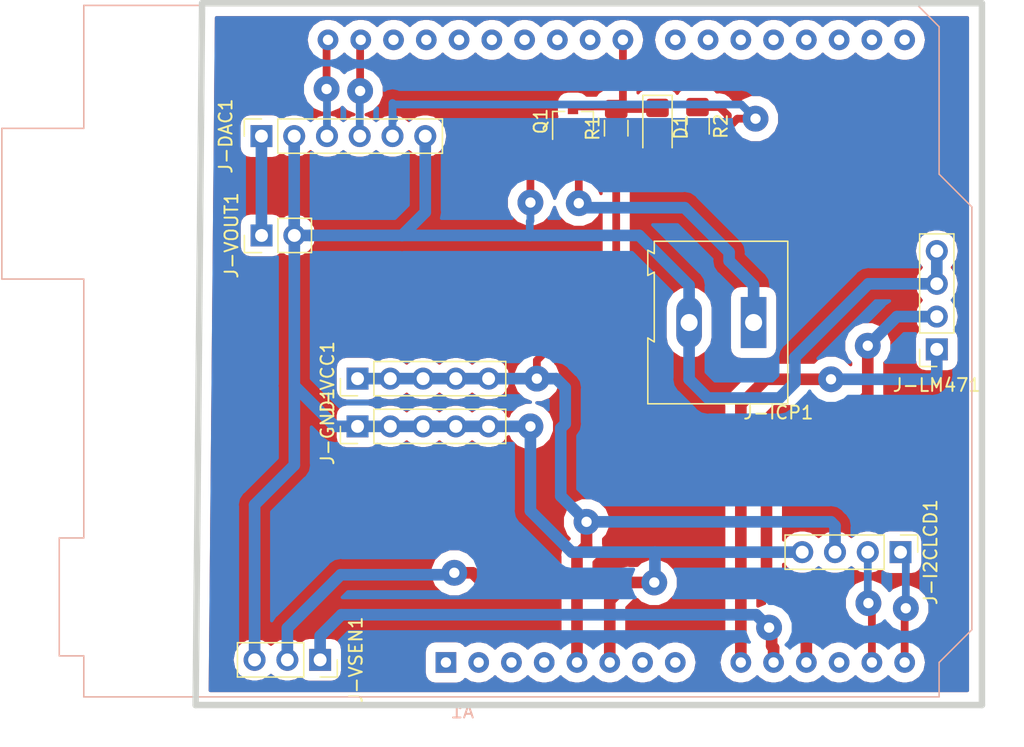
<source format=kicad_pcb>
(kicad_pcb (version 20171130) (host pcbnew 5.0.1)

  (general
    (thickness 1.6)
    (drawings 4)
    (tracks 167)
    (zones 0)
    (modules 13)
    (nets 36)
  )

  (page User 200 200)
  (title_block
    (title "Arduino Shield")
    (date 2019-04-09)
    (company Mufit)
  )

  (layers
    (0 F.Cu signal)
    (31 B.Cu signal)
    (32 B.Adhes user)
    (33 F.Adhes user)
    (34 B.Paste user)
    (35 F.Paste user)
    (36 B.SilkS user)
    (37 F.SilkS user)
    (38 B.Mask user)
    (39 F.Mask user)
    (40 Dwgs.User user)
    (41 Cmts.User user)
    (42 Eco1.User user)
    (43 Eco2.User user)
    (44 Edge.Cuts user)
    (45 Margin user)
    (46 B.CrtYd user)
    (47 F.CrtYd user)
    (48 B.Fab user)
    (49 F.Fab user)
  )

  (setup
    (last_trace_width 0.9)
    (user_trace_width 0.3)
    (user_trace_width 0.6)
    (user_trace_width 0.9)
    (trace_clearance 0.15)
    (zone_clearance 0.508)
    (zone_45_only no)
    (trace_min 0.2)
    (segment_width 0.2)
    (edge_width 0.5)
    (via_size 2)
    (via_drill 0.8)
    (via_min_size 0.4)
    (via_min_drill 0.3)
    (uvia_size 0.3)
    (uvia_drill 0.1)
    (uvias_allowed no)
    (uvia_min_size 0.2)
    (uvia_min_drill 0.1)
    (pcb_text_width 0.3)
    (pcb_text_size 1.5 1.5)
    (mod_edge_width 0.5)
    (mod_text_size 1 1)
    (mod_text_width 0.15)
    (pad_size 1.524 1.524)
    (pad_drill 0.762)
    (pad_to_mask_clearance 0.051)
    (solder_mask_min_width 0.25)
    (aux_axis_origin 0 0)
    (visible_elements FFFFFF7F)
    (pcbplotparams
      (layerselection 0x00000_fffffffe)
      (usegerberextensions false)
      (usegerberattributes false)
      (usegerberadvancedattributes false)
      (creategerberjobfile false)
      (excludeedgelayer false)
      (linewidth 0.100000)
      (plotframeref false)
      (viasonmask true)
      (mode 1)
      (useauxorigin false)
      (hpglpennumber 1)
      (hpglpenspeed 20)
      (hpglpendiameter 15.000000)
      (psnegative false)
      (psa4output false)
      (plotreference true)
      (plotvalue true)
      (plotinvisibletext false)
      (padsonsilk true)
      (subtractmaskfromsilk false)
      (outputformat 4)
      (mirror false)
      (drillshape 2)
      (scaleselection 1)
      (outputdirectory ""))
  )

  (net 0 "")
  (net 1 /SCL2)
  (net 2 /SDA2)
  (net 3 "Net-(A1-Pad1)")
  (net 4 "Net-(A1-Pad17)")
  (net 5 "Net-(A1-Pad2)")
  (net 6 "Net-(A1-Pad18)")
  (net 7 "Net-(A1-Pad3)")
  (net 8 "Net-(A1-Pad19)")
  (net 9 "Net-(A1-Pad4)")
  (net 10 "Net-(A1-Pad20)")
  (net 11 VCC)
  (net 12 "Net-(A1-Pad21)")
  (net 13 GND)
  (net 14 "Net-(A1-Pad22)")
  (net 15 "Net-(A1-Pad7)")
  (net 16 "Net-(A1-Pad8)")
  (net 17 "Net-(A1-Pad24)")
  (net 18 /ADC0)
  (net 19 "Net-(A1-Pad25)")
  (net 20 /ADC1)
  (net 21 "Net-(A1-Pad26)")
  (net 22 /ADC2)
  (net 23 "Net-(A1-Pad27)")
  (net 24 "Net-(A1-Pad12)")
  (net 25 "Net-(A1-Pad28)")
  (net 26 /SDA1)
  (net 27 "Net-(A1-Pad29)")
  (net 28 /SCL1)
  (net 29 "Net-(A1-Pad30)")
  (net 30 "Net-(A1-Pad15)")
  (net 31 "Net-(A1-Pad16)")
  (net 32 /ICP)
  (net 33 "Net-(D1-Pad2)")
  (net 34 "Net-(J-DAC1-Pad1)")
  (net 35 "Net-(J-ICP1-Pad1)")

  (net_class Default "This is the default net class."
    (clearance 0.15)
    (trace_width 0.25)
    (via_dia 2)
    (via_drill 0.8)
    (uvia_dia 0.3)
    (uvia_drill 0.1)
    (add_net /ADC0)
    (add_net /ADC1)
    (add_net /ADC2)
    (add_net /ICP)
    (add_net /SCL1)
    (add_net /SCL2)
    (add_net /SDA1)
    (add_net /SDA2)
    (add_net GND)
    (add_net "Net-(A1-Pad1)")
    (add_net "Net-(A1-Pad12)")
    (add_net "Net-(A1-Pad15)")
    (add_net "Net-(A1-Pad16)")
    (add_net "Net-(A1-Pad17)")
    (add_net "Net-(A1-Pad18)")
    (add_net "Net-(A1-Pad19)")
    (add_net "Net-(A1-Pad2)")
    (add_net "Net-(A1-Pad20)")
    (add_net "Net-(A1-Pad21)")
    (add_net "Net-(A1-Pad22)")
    (add_net "Net-(A1-Pad24)")
    (add_net "Net-(A1-Pad25)")
    (add_net "Net-(A1-Pad26)")
    (add_net "Net-(A1-Pad27)")
    (add_net "Net-(A1-Pad28)")
    (add_net "Net-(A1-Pad29)")
    (add_net "Net-(A1-Pad3)")
    (add_net "Net-(A1-Pad30)")
    (add_net "Net-(A1-Pad4)")
    (add_net "Net-(A1-Pad7)")
    (add_net "Net-(A1-Pad8)")
    (add_net "Net-(D1-Pad2)")
    (add_net "Net-(J-DAC1-Pad1)")
    (add_net "Net-(J-ICP1-Pad1)")
    (add_net VCC)
  )

  (module Module:Arduino_UNO_R3 (layer B.Cu) (tedit 58AB60FC) (tstamp 5CC57410)
    (at 103.15 106.15)
    (descr "Arduino UNO R3, http://www.mouser.com/pdfdocs/Gravitech_Arduino_Nano3_0.pdf")
    (tags "Arduino UNO R3")
    (path /5CAC2F56)
    (fp_text reference A1 (at 1.27 3.81 -180) (layer B.SilkS)
      (effects (font (size 1 1) (thickness 0.15)) (justify mirror))
    )
    (fp_text value Arduino_UNO_R3 (at 0 -22.86) (layer B.Fab)
      (effects (font (size 1 1) (thickness 0.15)) (justify mirror))
    )
    (fp_text user %R (at 0 -20.32 -180) (layer B.Fab)
      (effects (font (size 1 1) (thickness 0.15)) (justify mirror))
    )
    (fp_line (start 38.35 2.79) (end 38.35 0) (layer B.CrtYd) (width 0.05))
    (fp_line (start 38.35 0) (end 40.89 -2.54) (layer B.CrtYd) (width 0.05))
    (fp_line (start 40.89 -2.54) (end 40.89 -35.31) (layer B.CrtYd) (width 0.05))
    (fp_line (start 40.89 -35.31) (end 38.35 -37.85) (layer B.CrtYd) (width 0.05))
    (fp_line (start 38.35 -37.85) (end 38.35 -49.28) (layer B.CrtYd) (width 0.05))
    (fp_line (start 38.35 -49.28) (end 36.58 -51.05) (layer B.CrtYd) (width 0.05))
    (fp_line (start 36.58 -51.05) (end -28.19 -51.05) (layer B.CrtYd) (width 0.05))
    (fp_line (start -28.19 -51.05) (end -28.19 -41.53) (layer B.CrtYd) (width 0.05))
    (fp_line (start -28.19 -41.53) (end -34.54 -41.53) (layer B.CrtYd) (width 0.05))
    (fp_line (start -34.54 -41.53) (end -34.54 -29.59) (layer B.CrtYd) (width 0.05))
    (fp_line (start -34.54 -29.59) (end -28.19 -29.59) (layer B.CrtYd) (width 0.05))
    (fp_line (start -28.19 -29.59) (end -28.19 -9.78) (layer B.CrtYd) (width 0.05))
    (fp_line (start -28.19 -9.78) (end -30.1 -9.78) (layer B.CrtYd) (width 0.05))
    (fp_line (start -30.1 -9.78) (end -30.1 -0.38) (layer B.CrtYd) (width 0.05))
    (fp_line (start -30.1 -0.38) (end -28.19 -0.38) (layer B.CrtYd) (width 0.05))
    (fp_line (start -28.19 -0.38) (end -28.19 2.79) (layer B.CrtYd) (width 0.05))
    (fp_line (start -28.19 2.79) (end 38.35 2.79) (layer B.CrtYd) (width 0.05))
    (fp_line (start 40.77 -35.31) (end 40.77 -2.54) (layer B.SilkS) (width 0.12))
    (fp_line (start 40.77 -2.54) (end 38.23 0) (layer B.SilkS) (width 0.12))
    (fp_line (start 38.23 0) (end 38.23 2.67) (layer B.SilkS) (width 0.12))
    (fp_line (start 38.23 2.67) (end -28.07 2.67) (layer B.SilkS) (width 0.12))
    (fp_line (start -28.07 2.67) (end -28.07 -0.51) (layer B.SilkS) (width 0.12))
    (fp_line (start -28.07 -0.51) (end -29.97 -0.51) (layer B.SilkS) (width 0.12))
    (fp_line (start -29.97 -0.51) (end -29.97 -9.65) (layer B.SilkS) (width 0.12))
    (fp_line (start -29.97 -9.65) (end -28.07 -9.65) (layer B.SilkS) (width 0.12))
    (fp_line (start -28.07 -9.65) (end -28.07 -29.72) (layer B.SilkS) (width 0.12))
    (fp_line (start -28.07 -29.72) (end -34.42 -29.72) (layer B.SilkS) (width 0.12))
    (fp_line (start -34.42 -29.72) (end -34.42 -41.4) (layer B.SilkS) (width 0.12))
    (fp_line (start -34.42 -41.4) (end -28.07 -41.4) (layer B.SilkS) (width 0.12))
    (fp_line (start -28.07 -41.4) (end -28.07 -50.93) (layer B.SilkS) (width 0.12))
    (fp_line (start -28.07 -50.93) (end 36.58 -50.93) (layer B.SilkS) (width 0.12))
    (fp_line (start 36.58 -50.93) (end 38.23 -49.28) (layer B.SilkS) (width 0.12))
    (fp_line (start 38.23 -49.28) (end 38.23 -37.85) (layer B.SilkS) (width 0.12))
    (fp_line (start 38.23 -37.85) (end 40.77 -35.31) (layer B.SilkS) (width 0.12))
    (fp_line (start -34.29 -29.84) (end -18.41 -29.84) (layer B.Fab) (width 0.1))
    (fp_line (start -18.41 -29.84) (end -18.41 -41.27) (layer B.Fab) (width 0.1))
    (fp_line (start -18.41 -41.27) (end -34.29 -41.27) (layer B.Fab) (width 0.1))
    (fp_line (start -34.29 -41.27) (end -34.29 -29.84) (layer B.Fab) (width 0.1))
    (fp_line (start -29.84 -0.64) (end -16.51 -0.64) (layer B.Fab) (width 0.1))
    (fp_line (start -16.51 -0.64) (end -16.51 -9.53) (layer B.Fab) (width 0.1))
    (fp_line (start -16.51 -9.53) (end -29.84 -9.53) (layer B.Fab) (width 0.1))
    (fp_line (start -29.84 -9.53) (end -29.84 -0.64) (layer B.Fab) (width 0.1))
    (fp_line (start 38.1 -37.85) (end 38.1 -49.28) (layer B.Fab) (width 0.1))
    (fp_line (start 40.64 -2.54) (end 40.64 -35.31) (layer B.Fab) (width 0.1))
    (fp_line (start 40.64 -35.31) (end 38.1 -37.85) (layer B.Fab) (width 0.1))
    (fp_line (start 38.1 2.54) (end 38.1 0) (layer B.Fab) (width 0.1))
    (fp_line (start 38.1 0) (end 40.64 -2.54) (layer B.Fab) (width 0.1))
    (fp_line (start 38.1 -49.28) (end 36.58 -50.8) (layer B.Fab) (width 0.1))
    (fp_line (start 36.58 -50.8) (end -27.94 -50.8) (layer B.Fab) (width 0.1))
    (fp_line (start -27.94 -50.8) (end -27.94 2.54) (layer B.Fab) (width 0.1))
    (fp_line (start -27.94 2.54) (end 38.1 2.54) (layer B.Fab) (width 0.1))
    (pad 32 thru_hole oval (at -9.14 -48.26 270) (size 1.6 1.6) (drill 0.8) (layers *.Cu *.Mask)
      (net 1 /SCL2))
    (pad 31 thru_hole oval (at -6.6 -48.26 270) (size 1.6 1.6) (drill 0.8) (layers *.Cu *.Mask)
      (net 2 /SDA2))
    (pad 1 thru_hole rect (at 0 0 270) (size 1.6 1.6) (drill 0.8) (layers *.Cu *.Mask)
      (net 3 "Net-(A1-Pad1)"))
    (pad 17 thru_hole oval (at 30.48 -48.26 270) (size 1.6 1.6) (drill 0.8) (layers *.Cu *.Mask)
      (net 4 "Net-(A1-Pad17)"))
    (pad 2 thru_hole oval (at 2.54 0 270) (size 1.6 1.6) (drill 0.8) (layers *.Cu *.Mask)
      (net 5 "Net-(A1-Pad2)"))
    (pad 18 thru_hole oval (at 27.94 -48.26 270) (size 1.6 1.6) (drill 0.8) (layers *.Cu *.Mask)
      (net 6 "Net-(A1-Pad18)"))
    (pad 3 thru_hole oval (at 5.08 0 270) (size 1.6 1.6) (drill 0.8) (layers *.Cu *.Mask)
      (net 7 "Net-(A1-Pad3)"))
    (pad 19 thru_hole oval (at 25.4 -48.26 270) (size 1.6 1.6) (drill 0.8) (layers *.Cu *.Mask)
      (net 8 "Net-(A1-Pad19)"))
    (pad 4 thru_hole oval (at 7.62 0 270) (size 1.6 1.6) (drill 0.8) (layers *.Cu *.Mask)
      (net 9 "Net-(A1-Pad4)"))
    (pad 20 thru_hole oval (at 22.86 -48.26 270) (size 1.6 1.6) (drill 0.8) (layers *.Cu *.Mask)
      (net 10 "Net-(A1-Pad20)"))
    (pad 5 thru_hole oval (at 10.16 0 270) (size 1.6 1.6) (drill 0.8) (layers *.Cu *.Mask)
      (net 11 VCC))
    (pad 21 thru_hole oval (at 20.32 -48.26 270) (size 1.6 1.6) (drill 0.8) (layers *.Cu *.Mask)
      (net 12 "Net-(A1-Pad21)"))
    (pad 6 thru_hole oval (at 12.7 0 270) (size 1.6 1.6) (drill 0.8) (layers *.Cu *.Mask)
      (net 13 GND))
    (pad 22 thru_hole oval (at 17.78 -48.26 270) (size 1.6 1.6) (drill 0.8) (layers *.Cu *.Mask)
      (net 14 "Net-(A1-Pad22)"))
    (pad 7 thru_hole oval (at 15.24 0 270) (size 1.6 1.6) (drill 0.8) (layers *.Cu *.Mask)
      (net 15 "Net-(A1-Pad7)"))
    (pad 23 thru_hole oval (at 13.72 -48.26 270) (size 1.6 1.6) (drill 0.8) (layers *.Cu *.Mask)
      (net 32 /ICP))
    (pad 8 thru_hole oval (at 17.78 0 270) (size 1.6 1.6) (drill 0.8) (layers *.Cu *.Mask)
      (net 16 "Net-(A1-Pad8)"))
    (pad 24 thru_hole oval (at 11.18 -48.26 270) (size 1.6 1.6) (drill 0.8) (layers *.Cu *.Mask)
      (net 17 "Net-(A1-Pad24)"))
    (pad 9 thru_hole oval (at 22.86 0 270) (size 1.6 1.6) (drill 0.8) (layers *.Cu *.Mask)
      (net 18 /ADC0))
    (pad 25 thru_hole oval (at 8.64 -48.26 270) (size 1.6 1.6) (drill 0.8) (layers *.Cu *.Mask)
      (net 19 "Net-(A1-Pad25)"))
    (pad 10 thru_hole oval (at 25.4 0 270) (size 1.6 1.6) (drill 0.8) (layers *.Cu *.Mask)
      (net 20 /ADC1))
    (pad 26 thru_hole oval (at 6.1 -48.26 270) (size 1.6 1.6) (drill 0.8) (layers *.Cu *.Mask)
      (net 21 "Net-(A1-Pad26)"))
    (pad 11 thru_hole oval (at 27.94 0 270) (size 1.6 1.6) (drill 0.8) (layers *.Cu *.Mask)
      (net 22 /ADC2))
    (pad 27 thru_hole oval (at 3.56 -48.26 270) (size 1.6 1.6) (drill 0.8) (layers *.Cu *.Mask)
      (net 23 "Net-(A1-Pad27)"))
    (pad 12 thru_hole oval (at 30.48 0 270) (size 1.6 1.6) (drill 0.8) (layers *.Cu *.Mask)
      (net 24 "Net-(A1-Pad12)"))
    (pad 28 thru_hole oval (at 1.02 -48.26 270) (size 1.6 1.6) (drill 0.8) (layers *.Cu *.Mask)
      (net 25 "Net-(A1-Pad28)"))
    (pad 13 thru_hole oval (at 33.02 0 270) (size 1.6 1.6) (drill 0.8) (layers *.Cu *.Mask)
      (net 26 /SDA1))
    (pad 29 thru_hole oval (at -1.52 -48.26 270) (size 1.6 1.6) (drill 0.8) (layers *.Cu *.Mask)
      (net 27 "Net-(A1-Pad29)"))
    (pad 14 thru_hole oval (at 35.56 0 270) (size 1.6 1.6) (drill 0.8) (layers *.Cu *.Mask)
      (net 28 /SCL1))
    (pad 30 thru_hole oval (at -4.06 -48.26 270) (size 1.6 1.6) (drill 0.8) (layers *.Cu *.Mask)
      (net 29 "Net-(A1-Pad30)"))
    (pad 15 thru_hole oval (at 35.56 -48.26 270) (size 1.6 1.6) (drill 0.8) (layers *.Cu *.Mask)
      (net 30 "Net-(A1-Pad15)"))
    (pad 16 thru_hole oval (at 33.02 -48.26 270) (size 1.6 1.6) (drill 0.8) (layers *.Cu *.Mask)
      (net 31 "Net-(A1-Pad16)"))
    (model ${KISYS3DMOD}/Module.3dshapes/Arduino_UNO_R3.wrl
      (at (xyz 0 0 0))
      (scale (xyz 1 1 1))
      (rotate (xyz 0 0 0))
    )
  )

  (module Connector_PinSocket_2.54mm:PinSocket_1x06_P2.54mm_Vertical (layer F.Cu) (tedit 5A19A430) (tstamp 5CB891A3)
    (at 88.85 65.35 90)
    (descr "Through hole straight socket strip, 1x06, 2.54mm pitch, single row (from Kicad 4.0.7), script generated")
    (tags "Through hole socket strip THT 1x06 2.54mm single row")
    (path /5CACC30D)
    (fp_text reference J-DAC1 (at 0 -2.77 90) (layer F.SilkS)
      (effects (font (size 1 1) (thickness 0.15)))
    )
    (fp_text value Conn_01x06_Male (at 0 15.47 90) (layer F.Fab)
      (effects (font (size 1 1) (thickness 0.15)))
    )
    (fp_line (start -1.27 -1.27) (end 0.635 -1.27) (layer F.Fab) (width 0.1))
    (fp_line (start 0.635 -1.27) (end 1.27 -0.635) (layer F.Fab) (width 0.1))
    (fp_line (start 1.27 -0.635) (end 1.27 13.97) (layer F.Fab) (width 0.1))
    (fp_line (start 1.27 13.97) (end -1.27 13.97) (layer F.Fab) (width 0.1))
    (fp_line (start -1.27 13.97) (end -1.27 -1.27) (layer F.Fab) (width 0.1))
    (fp_line (start -1.33 1.27) (end 1.33 1.27) (layer F.SilkS) (width 0.12))
    (fp_line (start -1.33 1.27) (end -1.33 14.03) (layer F.SilkS) (width 0.12))
    (fp_line (start -1.33 14.03) (end 1.33 14.03) (layer F.SilkS) (width 0.12))
    (fp_line (start 1.33 1.27) (end 1.33 14.03) (layer F.SilkS) (width 0.12))
    (fp_line (start 1.33 -1.33) (end 1.33 0) (layer F.SilkS) (width 0.12))
    (fp_line (start 0 -1.33) (end 1.33 -1.33) (layer F.SilkS) (width 0.12))
    (fp_line (start -1.8 -1.8) (end 1.75 -1.8) (layer F.CrtYd) (width 0.05))
    (fp_line (start 1.75 -1.8) (end 1.75 14.45) (layer F.CrtYd) (width 0.05))
    (fp_line (start 1.75 14.45) (end -1.8 14.45) (layer F.CrtYd) (width 0.05))
    (fp_line (start -1.8 14.45) (end -1.8 -1.8) (layer F.CrtYd) (width 0.05))
    (fp_text user %R (at 0 6.35 180) (layer F.Fab)
      (effects (font (size 1 1) (thickness 0.15)))
    )
    (pad 1 thru_hole rect (at 0 0 90) (size 1.7 1.7) (drill 1) (layers *.Cu *.Mask)
      (net 34 "Net-(J-DAC1-Pad1)"))
    (pad 2 thru_hole oval (at 0 2.54 90) (size 1.7 1.7) (drill 1) (layers *.Cu *.Mask)
      (net 13 GND))
    (pad 3 thru_hole oval (at 0 5.08 90) (size 1.7 1.7) (drill 1) (layers *.Cu *.Mask)
      (net 1 /SCL2))
    (pad 4 thru_hole oval (at 0 7.62 90) (size 1.7 1.7) (drill 1) (layers *.Cu *.Mask)
      (net 2 /SDA2))
    (pad 5 thru_hole oval (at 0 10.16 90) (size 1.7 1.7) (drill 1) (layers *.Cu *.Mask)
      (net 11 VCC))
    (pad 6 thru_hole oval (at 0 12.7 90) (size 1.7 1.7) (drill 1) (layers *.Cu *.Mask)
      (net 13 GND))
    (model ${KISYS3DMOD}/Connector_PinSocket_2.54mm.3dshapes/PinSocket_1x06_P2.54mm_Vertical.wrl
      (at (xyz 0 0 0))
      (scale (xyz 1 1 1))
      (rotate (xyz 0 0 0))
    )
  )

  (module LED_SMD:LED_1206_3216Metric_Pad1.42x1.75mm_HandSolder (layer F.Cu) (tedit 5B4B45C9) (tstamp 5CB89189)
    (at 119.55 64.65 270)
    (descr "LED SMD 1206 (3216 Metric), square (rectangular) end terminal, IPC_7351 nominal, (Body size source: http://www.tortai-tech.com/upload/download/2011102023233369053.pdf), generated with kicad-footprint-generator")
    (tags "LED handsolder")
    (path /5CADCF66)
    (attr smd)
    (fp_text reference D1 (at 0 -1.82 270) (layer F.SilkS)
      (effects (font (size 1 1) (thickness 0.15)))
    )
    (fp_text value LED (at 0 1.82 270) (layer F.Fab)
      (effects (font (size 1 1) (thickness 0.15)))
    )
    (fp_line (start 1.6 -0.8) (end -1.2 -0.8) (layer F.Fab) (width 0.1))
    (fp_line (start -1.2 -0.8) (end -1.6 -0.4) (layer F.Fab) (width 0.1))
    (fp_line (start -1.6 -0.4) (end -1.6 0.8) (layer F.Fab) (width 0.1))
    (fp_line (start -1.6 0.8) (end 1.6 0.8) (layer F.Fab) (width 0.1))
    (fp_line (start 1.6 0.8) (end 1.6 -0.8) (layer F.Fab) (width 0.1))
    (fp_line (start 1.6 -1.135) (end -2.46 -1.135) (layer F.SilkS) (width 0.12))
    (fp_line (start -2.46 -1.135) (end -2.46 1.135) (layer F.SilkS) (width 0.12))
    (fp_line (start -2.46 1.135) (end 1.6 1.135) (layer F.SilkS) (width 0.12))
    (fp_line (start -2.45 1.12) (end -2.45 -1.12) (layer F.CrtYd) (width 0.05))
    (fp_line (start -2.45 -1.12) (end 2.45 -1.12) (layer F.CrtYd) (width 0.05))
    (fp_line (start 2.45 -1.12) (end 2.45 1.12) (layer F.CrtYd) (width 0.05))
    (fp_line (start 2.45 1.12) (end -2.45 1.12) (layer F.CrtYd) (width 0.05))
    (fp_text user %R (at 0 0 270) (layer F.Fab)
      (effects (font (size 0.8 0.8) (thickness 0.12)))
    )
    (pad 1 smd roundrect (at -1.4875 0 270) (size 1.425 1.75) (layers F.Cu F.Paste F.Mask) (roundrect_rratio 0.175439)
      (net 32 /ICP))
    (pad 2 smd roundrect (at 1.4875 0 270) (size 1.425 1.75) (layers F.Cu F.Paste F.Mask) (roundrect_rratio 0.175439)
      (net 33 "Net-(D1-Pad2)"))
    (model ${KISYS3DMOD}/LED_SMD.3dshapes/LED_1206_3216Metric.wrl
      (at (xyz 0 0 0))
      (scale (xyz 1 1 1))
      (rotate (xyz 0 0 0))
    )
  )

  (module Connector_PinHeader_2.54mm:PinHeader_1x05_P2.54mm_Vertical (layer F.Cu) (tedit 59FED5CC) (tstamp 5CB891BC)
    (at 96.3 87.85 90)
    (descr "Through hole straight pin header, 1x05, 2.54mm pitch, single row")
    (tags "Through hole pin header THT 1x05 2.54mm single row")
    (path /5CAC371C)
    (fp_text reference J-GND1 (at 0 -2.33 90) (layer F.SilkS)
      (effects (font (size 1 1) (thickness 0.15)))
    )
    (fp_text value Conn_01x05_Male (at 0 12.49 90) (layer F.Fab)
      (effects (font (size 1 1) (thickness 0.15)))
    )
    (fp_text user %R (at 0 5.08 180) (layer F.Fab)
      (effects (font (size 1 1) (thickness 0.15)))
    )
    (fp_line (start 1.8 -1.8) (end -1.8 -1.8) (layer F.CrtYd) (width 0.05))
    (fp_line (start 1.8 11.95) (end 1.8 -1.8) (layer F.CrtYd) (width 0.05))
    (fp_line (start -1.8 11.95) (end 1.8 11.95) (layer F.CrtYd) (width 0.05))
    (fp_line (start -1.8 -1.8) (end -1.8 11.95) (layer F.CrtYd) (width 0.05))
    (fp_line (start -1.33 -1.33) (end 0 -1.33) (layer F.SilkS) (width 0.12))
    (fp_line (start -1.33 0) (end -1.33 -1.33) (layer F.SilkS) (width 0.12))
    (fp_line (start -1.33 1.27) (end 1.33 1.27) (layer F.SilkS) (width 0.12))
    (fp_line (start 1.33 1.27) (end 1.33 11.49) (layer F.SilkS) (width 0.12))
    (fp_line (start -1.33 1.27) (end -1.33 11.49) (layer F.SilkS) (width 0.12))
    (fp_line (start -1.33 11.49) (end 1.33 11.49) (layer F.SilkS) (width 0.12))
    (fp_line (start -1.27 -0.635) (end -0.635 -1.27) (layer F.Fab) (width 0.1))
    (fp_line (start -1.27 11.43) (end -1.27 -0.635) (layer F.Fab) (width 0.1))
    (fp_line (start 1.27 11.43) (end -1.27 11.43) (layer F.Fab) (width 0.1))
    (fp_line (start 1.27 -1.27) (end 1.27 11.43) (layer F.Fab) (width 0.1))
    (fp_line (start -0.635 -1.27) (end 1.27 -1.27) (layer F.Fab) (width 0.1))
    (pad 5 thru_hole oval (at 0 10.16 90) (size 1.7 1.7) (drill 1) (layers *.Cu *.Mask)
      (net 13 GND))
    (pad 4 thru_hole oval (at 0 7.62 90) (size 1.7 1.7) (drill 1) (layers *.Cu *.Mask)
      (net 13 GND))
    (pad 3 thru_hole oval (at 0 5.08 90) (size 1.7 1.7) (drill 1) (layers *.Cu *.Mask)
      (net 13 GND))
    (pad 2 thru_hole oval (at 0 2.54 90) (size 1.7 1.7) (drill 1) (layers *.Cu *.Mask)
      (net 13 GND))
    (pad 1 thru_hole rect (at 0 0 90) (size 1.7 1.7) (drill 1) (layers *.Cu *.Mask)
      (net 13 GND))
    (model ${KISYS3DMOD}/Connector_PinHeader_2.54mm.3dshapes/PinHeader_1x05_P2.54mm_Vertical.wrl
      (at (xyz 0 0 0))
      (scale (xyz 1 1 1))
      (rotate (xyz 0 0 0))
    )
  )

  (module Connector_PinHeader_2.54mm:PinHeader_1x04_P2.54mm_Vertical (layer F.Cu) (tedit 59FED5CC) (tstamp 5CB891D4)
    (at 138.39 97.6 270)
    (descr "Through hole straight pin header, 1x04, 2.54mm pitch, single row")
    (tags "Through hole pin header THT 1x04 2.54mm single row")
    (path /5CAC7BF6)
    (fp_text reference J-I2CLCD1 (at 0 -2.33 270) (layer F.SilkS)
      (effects (font (size 1 1) (thickness 0.15)))
    )
    (fp_text value Conn_01x04_Male (at 0 9.95 270) (layer F.Fab)
      (effects (font (size 1 1) (thickness 0.15)))
    )
    (fp_line (start -0.635 -1.27) (end 1.27 -1.27) (layer F.Fab) (width 0.1))
    (fp_line (start 1.27 -1.27) (end 1.27 8.89) (layer F.Fab) (width 0.1))
    (fp_line (start 1.27 8.89) (end -1.27 8.89) (layer F.Fab) (width 0.1))
    (fp_line (start -1.27 8.89) (end -1.27 -0.635) (layer F.Fab) (width 0.1))
    (fp_line (start -1.27 -0.635) (end -0.635 -1.27) (layer F.Fab) (width 0.1))
    (fp_line (start -1.33 8.95) (end 1.33 8.95) (layer F.SilkS) (width 0.12))
    (fp_line (start -1.33 1.27) (end -1.33 8.95) (layer F.SilkS) (width 0.12))
    (fp_line (start 1.33 1.27) (end 1.33 8.95) (layer F.SilkS) (width 0.12))
    (fp_line (start -1.33 1.27) (end 1.33 1.27) (layer F.SilkS) (width 0.12))
    (fp_line (start -1.33 0) (end -1.33 -1.33) (layer F.SilkS) (width 0.12))
    (fp_line (start -1.33 -1.33) (end 0 -1.33) (layer F.SilkS) (width 0.12))
    (fp_line (start -1.8 -1.8) (end -1.8 9.4) (layer F.CrtYd) (width 0.05))
    (fp_line (start -1.8 9.4) (end 1.8 9.4) (layer F.CrtYd) (width 0.05))
    (fp_line (start 1.8 9.4) (end 1.8 -1.8) (layer F.CrtYd) (width 0.05))
    (fp_line (start 1.8 -1.8) (end -1.8 -1.8) (layer F.CrtYd) (width 0.05))
    (fp_text user %R (at -3.3 3.95) (layer F.Fab)
      (effects (font (size 1 1) (thickness 0.15)))
    )
    (pad 1 thru_hole rect (at 0 0 270) (size 1.7 1.7) (drill 1) (layers *.Cu *.Mask)
      (net 28 /SCL1))
    (pad 2 thru_hole oval (at 0 2.54 270) (size 1.7 1.7) (drill 1) (layers *.Cu *.Mask)
      (net 26 /SDA1))
    (pad 3 thru_hole oval (at 0 5.08 270) (size 1.7 1.7) (drill 1) (layers *.Cu *.Mask)
      (net 11 VCC))
    (pad 4 thru_hole oval (at 0 7.62 270) (size 1.7 1.7) (drill 1) (layers *.Cu *.Mask)
      (net 13 GND))
    (model ${KISYS3DMOD}/Connector_PinHeader_2.54mm.3dshapes/PinHeader_1x04_P2.54mm_Vertical.wrl
      (at (xyz 0 0 0))
      (scale (xyz 1 1 1))
      (rotate (xyz 0 0 0))
    )
  )

  (module TerminalBlock:TerminalBlock_Altech_AK300-2_P5.00mm (layer F.Cu) (tedit 59FF0306) (tstamp 5CB8923B)
    (at 127 79.8 180)
    (descr "Altech AK300 terminal block, pitch 5.0mm, 45 degree angled, see http://www.mouser.com/ds/2/16/PCBMETRC-24178.pdf")
    (tags "Altech AK300 terminal block pitch 5.0mm")
    (path /5CAD8DF4)
    (fp_text reference J-ICP1 (at -1.92 -6.99 180) (layer F.SilkS)
      (effects (font (size 1 1) (thickness 0.15)))
    )
    (fp_text value Conn_01x02_Male (at 2.78 7.75 180) (layer F.Fab)
      (effects (font (size 1 1) (thickness 0.15)))
    )
    (fp_text user %R (at 2.5 -2 180) (layer F.Fab)
      (effects (font (size 1 1) (thickness 0.15)))
    )
    (fp_line (start -2.65 -6.3) (end -2.65 6.3) (layer F.SilkS) (width 0.12))
    (fp_line (start -2.65 6.3) (end 7.7 6.3) (layer F.SilkS) (width 0.12))
    (fp_line (start 7.7 6.3) (end 7.7 5.35) (layer F.SilkS) (width 0.12))
    (fp_line (start 7.7 5.35) (end 8.2 5.6) (layer F.SilkS) (width 0.12))
    (fp_line (start 8.2 5.6) (end 8.2 3.7) (layer F.SilkS) (width 0.12))
    (fp_line (start 8.2 3.7) (end 8.2 3.65) (layer F.SilkS) (width 0.12))
    (fp_line (start 8.2 3.65) (end 7.7 3.9) (layer F.SilkS) (width 0.12))
    (fp_line (start 7.7 3.9) (end 7.7 -1.5) (layer F.SilkS) (width 0.12))
    (fp_line (start 7.7 -1.5) (end 8.2 -1.2) (layer F.SilkS) (width 0.12))
    (fp_line (start 8.2 -1.2) (end 8.2 -6.3) (layer F.SilkS) (width 0.12))
    (fp_line (start 8.2 -6.3) (end -2.65 -6.3) (layer F.SilkS) (width 0.12))
    (fp_line (start -1.26 2.54) (end 1.28 2.54) (layer F.Fab) (width 0.1))
    (fp_line (start 1.28 2.54) (end 1.28 -0.25) (layer F.Fab) (width 0.1))
    (fp_line (start -1.26 -0.25) (end 1.28 -0.25) (layer F.Fab) (width 0.1))
    (fp_line (start -1.26 2.54) (end -1.26 -0.25) (layer F.Fab) (width 0.1))
    (fp_line (start 3.74 2.54) (end 6.28 2.54) (layer F.Fab) (width 0.1))
    (fp_line (start 6.28 2.54) (end 6.28 -0.25) (layer F.Fab) (width 0.1))
    (fp_line (start 3.74 -0.25) (end 6.28 -0.25) (layer F.Fab) (width 0.1))
    (fp_line (start 3.74 2.54) (end 3.74 -0.25) (layer F.Fab) (width 0.1))
    (fp_line (start 7.61 -6.22) (end 7.61 -3.17) (layer F.Fab) (width 0.1))
    (fp_line (start 7.61 -6.22) (end -2.58 -6.22) (layer F.Fab) (width 0.1))
    (fp_line (start 7.61 -6.22) (end 8.11 -6.22) (layer F.Fab) (width 0.1))
    (fp_line (start 8.11 -6.22) (end 8.11 -1.4) (layer F.Fab) (width 0.1))
    (fp_line (start 8.11 -1.4) (end 7.61 -1.65) (layer F.Fab) (width 0.1))
    (fp_line (start 8.11 5.46) (end 7.61 5.21) (layer F.Fab) (width 0.1))
    (fp_line (start 7.61 5.21) (end 7.61 6.22) (layer F.Fab) (width 0.1))
    (fp_line (start 8.11 3.81) (end 7.61 4.06) (layer F.Fab) (width 0.1))
    (fp_line (start 7.61 4.06) (end 7.61 5.21) (layer F.Fab) (width 0.1))
    (fp_line (start 8.11 3.81) (end 8.11 5.46) (layer F.Fab) (width 0.1))
    (fp_line (start 2.98 6.22) (end 2.98 4.32) (layer F.Fab) (width 0.1))
    (fp_line (start 7.05 -0.25) (end 7.05 4.32) (layer F.Fab) (width 0.1))
    (fp_line (start 2.98 6.22) (end 7.05 6.22) (layer F.Fab) (width 0.1))
    (fp_line (start 7.05 6.22) (end 7.61 6.22) (layer F.Fab) (width 0.1))
    (fp_line (start 2.04 6.22) (end 2.04 4.32) (layer F.Fab) (width 0.1))
    (fp_line (start 2.04 6.22) (end 2.98 6.22) (layer F.Fab) (width 0.1))
    (fp_line (start -2.02 -0.25) (end -2.02 4.32) (layer F.Fab) (width 0.1))
    (fp_line (start -2.58 6.22) (end -2.02 6.22) (layer F.Fab) (width 0.1))
    (fp_line (start -2.02 6.22) (end 2.04 6.22) (layer F.Fab) (width 0.1))
    (fp_line (start 2.98 4.32) (end 7.05 4.32) (layer F.Fab) (width 0.1))
    (fp_line (start 2.98 4.32) (end 2.98 -0.25) (layer F.Fab) (width 0.1))
    (fp_line (start 7.05 4.32) (end 7.05 6.22) (layer F.Fab) (width 0.1))
    (fp_line (start 2.04 4.32) (end -2.02 4.32) (layer F.Fab) (width 0.1))
    (fp_line (start 2.04 4.32) (end 2.04 -0.25) (layer F.Fab) (width 0.1))
    (fp_line (start -2.02 4.32) (end -2.02 6.22) (layer F.Fab) (width 0.1))
    (fp_line (start 6.67 3.68) (end 6.67 0.51) (layer F.Fab) (width 0.1))
    (fp_line (start 6.67 3.68) (end 3.36 3.68) (layer F.Fab) (width 0.1))
    (fp_line (start 3.36 3.68) (end 3.36 0.51) (layer F.Fab) (width 0.1))
    (fp_line (start 1.66 3.68) (end 1.66 0.51) (layer F.Fab) (width 0.1))
    (fp_line (start 1.66 3.68) (end -1.64 3.68) (layer F.Fab) (width 0.1))
    (fp_line (start -1.64 3.68) (end -1.64 0.51) (layer F.Fab) (width 0.1))
    (fp_line (start -1.64 0.51) (end -1.26 0.51) (layer F.Fab) (width 0.1))
    (fp_line (start 1.66 0.51) (end 1.28 0.51) (layer F.Fab) (width 0.1))
    (fp_line (start 3.36 0.51) (end 3.74 0.51) (layer F.Fab) (width 0.1))
    (fp_line (start 6.67 0.51) (end 6.28 0.51) (layer F.Fab) (width 0.1))
    (fp_line (start -2.58 6.22) (end -2.58 -0.64) (layer F.Fab) (width 0.1))
    (fp_line (start -2.58 -0.64) (end -2.58 -3.17) (layer F.Fab) (width 0.1))
    (fp_line (start 7.61 -1.65) (end 7.61 -0.64) (layer F.Fab) (width 0.1))
    (fp_line (start 7.61 -0.64) (end 7.61 4.06) (layer F.Fab) (width 0.1))
    (fp_line (start -2.58 -3.17) (end 7.61 -3.17) (layer F.Fab) (width 0.1))
    (fp_line (start -2.58 -3.17) (end -2.58 -6.22) (layer F.Fab) (width 0.1))
    (fp_line (start 7.61 -3.17) (end 7.61 -1.65) (layer F.Fab) (width 0.1))
    (fp_line (start 2.98 -3.43) (end 2.98 -5.97) (layer F.Fab) (width 0.1))
    (fp_line (start 2.98 -5.97) (end 7.05 -5.97) (layer F.Fab) (width 0.1))
    (fp_line (start 7.05 -5.97) (end 7.05 -3.43) (layer F.Fab) (width 0.1))
    (fp_line (start 7.05 -3.43) (end 2.98 -3.43) (layer F.Fab) (width 0.1))
    (fp_line (start 2.04 -3.43) (end 2.04 -5.97) (layer F.Fab) (width 0.1))
    (fp_line (start 2.04 -3.43) (end -2.02 -3.43) (layer F.Fab) (width 0.1))
    (fp_line (start -2.02 -3.43) (end -2.02 -5.97) (layer F.Fab) (width 0.1))
    (fp_line (start 2.04 -5.97) (end -2.02 -5.97) (layer F.Fab) (width 0.1))
    (fp_line (start 3.39 -4.45) (end 6.44 -5.08) (layer F.Fab) (width 0.1))
    (fp_line (start 3.52 -4.32) (end 6.56 -4.95) (layer F.Fab) (width 0.1))
    (fp_line (start -1.62 -4.45) (end 1.44 -5.08) (layer F.Fab) (width 0.1))
    (fp_line (start -1.49 -4.32) (end 1.56 -4.95) (layer F.Fab) (width 0.1))
    (fp_line (start -2.02 -0.25) (end -1.64 -0.25) (layer F.Fab) (width 0.1))
    (fp_line (start 2.04 -0.25) (end 1.66 -0.25) (layer F.Fab) (width 0.1))
    (fp_line (start 1.66 -0.25) (end -1.64 -0.25) (layer F.Fab) (width 0.1))
    (fp_line (start -2.58 -0.64) (end -1.64 -0.64) (layer F.Fab) (width 0.1))
    (fp_line (start -1.64 -0.64) (end 1.66 -0.64) (layer F.Fab) (width 0.1))
    (fp_line (start 1.66 -0.64) (end 3.36 -0.64) (layer F.Fab) (width 0.1))
    (fp_line (start 7.61 -0.64) (end 6.67 -0.64) (layer F.Fab) (width 0.1))
    (fp_line (start 6.67 -0.64) (end 3.36 -0.64) (layer F.Fab) (width 0.1))
    (fp_line (start 7.05 -0.25) (end 6.67 -0.25) (layer F.Fab) (width 0.1))
    (fp_line (start 2.98 -0.25) (end 3.36 -0.25) (layer F.Fab) (width 0.1))
    (fp_line (start 3.36 -0.25) (end 6.67 -0.25) (layer F.Fab) (width 0.1))
    (fp_line (start -2.83 -6.47) (end 8.36 -6.47) (layer F.CrtYd) (width 0.05))
    (fp_line (start -2.83 -6.47) (end -2.83 6.47) (layer F.CrtYd) (width 0.05))
    (fp_line (start 8.36 6.47) (end 8.36 -6.47) (layer F.CrtYd) (width 0.05))
    (fp_line (start 8.36 6.47) (end -2.83 6.47) (layer F.CrtYd) (width 0.05))
    (fp_arc (start 6.03 -4.59) (end 6.54 -5.05) (angle 90.5) (layer F.Fab) (width 0.1))
    (fp_arc (start 5.07 -6.07) (end 6.53 -4.12) (angle 75.5) (layer F.Fab) (width 0.1))
    (fp_arc (start 4.99 -3.71) (end 3.39 -5) (angle 100) (layer F.Fab) (width 0.1))
    (fp_arc (start 3.87 -4.65) (end 3.58 -4.13) (angle 104.2) (layer F.Fab) (width 0.1))
    (fp_arc (start 1.03 -4.59) (end 1.53 -5.05) (angle 90.5) (layer F.Fab) (width 0.1))
    (fp_arc (start 0.06 -6.07) (end 1.53 -4.12) (angle 75.5) (layer F.Fab) (width 0.1))
    (fp_arc (start -0.01 -3.71) (end -1.62 -5) (angle 100) (layer F.Fab) (width 0.1))
    (fp_arc (start -1.13 -4.65) (end -1.42 -4.13) (angle 104.2) (layer F.Fab) (width 0.1))
    (pad 1 thru_hole rect (at 0 0 180) (size 1.98 3.96) (drill 1.32) (layers *.Cu *.Mask)
      (net 35 "Net-(J-ICP1-Pad1)"))
    (pad 2 thru_hole oval (at 5 0 180) (size 1.98 3.96) (drill 1.32) (layers *.Cu *.Mask)
      (net 13 GND))
    (model ${KISYS3DMOD}/TerminalBlock.3dshapes/TerminalBlock_Altech_AK300-2_P5.00mm.wrl
      (at (xyz 0 0 0))
      (scale (xyz 1 1 1))
      (rotate (xyz 0 0 0))
    )
  )

  (module Connector_PinSocket_2.54mm:PinSocket_1x04_P2.54mm_Vertical (layer F.Cu) (tedit 5A19A429) (tstamp 5CB89253)
    (at 141.2 81.88 180)
    (descr "Through hole straight socket strip, 1x04, 2.54mm pitch, single row (from Kicad 4.0.7), script generated")
    (tags "Through hole socket strip THT 1x04 2.54mm single row")
    (path /5CAC56AF)
    (fp_text reference J-LM471 (at 0 -2.77 180) (layer F.SilkS)
      (effects (font (size 1 1) (thickness 0.15)))
    )
    (fp_text value Conn_01x04_Male (at 0 10.39 180) (layer F.Fab)
      (effects (font (size 1 1) (thickness 0.15)))
    )
    (fp_line (start -1.27 -1.27) (end 0.635 -1.27) (layer F.Fab) (width 0.1))
    (fp_line (start 0.635 -1.27) (end 1.27 -0.635) (layer F.Fab) (width 0.1))
    (fp_line (start 1.27 -0.635) (end 1.27 8.89) (layer F.Fab) (width 0.1))
    (fp_line (start 1.27 8.89) (end -1.27 8.89) (layer F.Fab) (width 0.1))
    (fp_line (start -1.27 8.89) (end -1.27 -1.27) (layer F.Fab) (width 0.1))
    (fp_line (start -1.33 1.27) (end 1.33 1.27) (layer F.SilkS) (width 0.12))
    (fp_line (start -1.33 1.27) (end -1.33 8.95) (layer F.SilkS) (width 0.12))
    (fp_line (start -1.33 8.95) (end 1.33 8.95) (layer F.SilkS) (width 0.12))
    (fp_line (start 1.33 1.27) (end 1.33 8.95) (layer F.SilkS) (width 0.12))
    (fp_line (start 1.33 -1.33) (end 1.33 0) (layer F.SilkS) (width 0.12))
    (fp_line (start 0 -1.33) (end 1.33 -1.33) (layer F.SilkS) (width 0.12))
    (fp_line (start -1.8 -1.8) (end 1.75 -1.8) (layer F.CrtYd) (width 0.05))
    (fp_line (start 1.75 -1.8) (end 1.75 9.4) (layer F.CrtYd) (width 0.05))
    (fp_line (start 1.75 9.4) (end -1.8 9.4) (layer F.CrtYd) (width 0.05))
    (fp_line (start -1.8 9.4) (end -1.8 -1.8) (layer F.CrtYd) (width 0.05))
    (fp_text user %R (at 0 3.81 270) (layer F.Fab)
      (effects (font (size 1 1) (thickness 0.15)))
    )
    (pad 1 thru_hole rect (at 0 0 180) (size 1.7 1.7) (drill 1) (layers *.Cu *.Mask)
      (net 18 /ADC0))
    (pad 2 thru_hole oval (at 0 2.54 180) (size 1.7 1.7) (drill 1) (layers *.Cu *.Mask)
      (net 22 /ADC2))
    (pad 3 thru_hole oval (at 0 5.08 180) (size 1.7 1.7) (drill 1) (layers *.Cu *.Mask)
      (net 13 GND))
    (pad 4 thru_hole oval (at 0 7.62 180) (size 1.7 1.7) (drill 1) (layers *.Cu *.Mask)
      (net 13 GND))
    (model ${KISYS3DMOD}/Connector_PinSocket_2.54mm.3dshapes/PinSocket_1x04_P2.54mm_Vertical.wrl
      (at (xyz 0 0 0))
      (scale (xyz 1 1 1))
      (rotate (xyz 0 0 0))
    )
  )

  (module Connector_PinHeader_2.54mm:PinHeader_1x05_P2.54mm_Vertical (layer F.Cu) (tedit 59FED5CC) (tstamp 5CB8926C)
    (at 96.3 84.15 90)
    (descr "Through hole straight pin header, 1x05, 2.54mm pitch, single row")
    (tags "Through hole pin header THT 1x05 2.54mm single row")
    (path /5CAC312E)
    (fp_text reference J-VCC1 (at 0 -2.33 90) (layer F.SilkS)
      (effects (font (size 1 1) (thickness 0.15)))
    )
    (fp_text value Conn_01x05_Male (at 0 12.49 90) (layer F.Fab)
      (effects (font (size 1 1) (thickness 0.15)))
    )
    (fp_line (start -0.635 -1.27) (end 1.27 -1.27) (layer F.Fab) (width 0.1))
    (fp_line (start 1.27 -1.27) (end 1.27 11.43) (layer F.Fab) (width 0.1))
    (fp_line (start 1.27 11.43) (end -1.27 11.43) (layer F.Fab) (width 0.1))
    (fp_line (start -1.27 11.43) (end -1.27 -0.635) (layer F.Fab) (width 0.1))
    (fp_line (start -1.27 -0.635) (end -0.635 -1.27) (layer F.Fab) (width 0.1))
    (fp_line (start -1.33 11.49) (end 1.33 11.49) (layer F.SilkS) (width 0.12))
    (fp_line (start -1.33 1.27) (end -1.33 11.49) (layer F.SilkS) (width 0.12))
    (fp_line (start 1.33 1.27) (end 1.33 11.49) (layer F.SilkS) (width 0.12))
    (fp_line (start -1.33 1.27) (end 1.33 1.27) (layer F.SilkS) (width 0.12))
    (fp_line (start -1.33 0) (end -1.33 -1.33) (layer F.SilkS) (width 0.12))
    (fp_line (start -1.33 -1.33) (end 0 -1.33) (layer F.SilkS) (width 0.12))
    (fp_line (start -1.8 -1.8) (end -1.8 11.95) (layer F.CrtYd) (width 0.05))
    (fp_line (start -1.8 11.95) (end 1.8 11.95) (layer F.CrtYd) (width 0.05))
    (fp_line (start 1.8 11.95) (end 1.8 -1.8) (layer F.CrtYd) (width 0.05))
    (fp_line (start 1.8 -1.8) (end -1.8 -1.8) (layer F.CrtYd) (width 0.05))
    (fp_text user %R (at -0.905001 6.374999 180) (layer F.Fab)
      (effects (font (size 1 1) (thickness 0.15)))
    )
    (pad 1 thru_hole rect (at 0 0 90) (size 1.7 1.7) (drill 1) (layers *.Cu *.Mask)
      (net 11 VCC))
    (pad 2 thru_hole oval (at 0 2.54 90) (size 1.7 1.7) (drill 1) (layers *.Cu *.Mask)
      (net 11 VCC))
    (pad 3 thru_hole oval (at 0 5.08 90) (size 1.7 1.7) (drill 1) (layers *.Cu *.Mask)
      (net 11 VCC))
    (pad 4 thru_hole oval (at 0 7.62 90) (size 1.7 1.7) (drill 1) (layers *.Cu *.Mask)
      (net 11 VCC))
    (pad 5 thru_hole oval (at 0 10.16 90) (size 1.7 1.7) (drill 1) (layers *.Cu *.Mask)
      (net 11 VCC))
    (model ${KISYS3DMOD}/Connector_PinHeader_2.54mm.3dshapes/PinHeader_1x05_P2.54mm_Vertical.wrl
      (at (xyz 0 0 0))
      (scale (xyz 1 1 1))
      (rotate (xyz 0 0 0))
    )
  )

  (module Connector_PinHeader_2.54mm:PinHeader_1x02_P2.54mm_Vertical (layer F.Cu) (tedit 59FED5CC) (tstamp 5CB89282)
    (at 88.86 73.05 90)
    (descr "Through hole straight pin header, 1x02, 2.54mm pitch, single row")
    (tags "Through hole pin header THT 1x02 2.54mm single row")
    (path /5CAD118A)
    (fp_text reference J-VOUT1 (at 0 -2.33 90) (layer F.SilkS)
      (effects (font (size 1 1) (thickness 0.15)))
    )
    (fp_text value Conn_01x02_Male (at 0 4.87 90) (layer F.Fab)
      (effects (font (size 1 1) (thickness 0.15)))
    )
    (fp_line (start -0.635 -1.27) (end 1.27 -1.27) (layer F.Fab) (width 0.1))
    (fp_line (start 1.27 -1.27) (end 1.27 3.81) (layer F.Fab) (width 0.1))
    (fp_line (start 1.27 3.81) (end -1.27 3.81) (layer F.Fab) (width 0.1))
    (fp_line (start -1.27 3.81) (end -1.27 -0.635) (layer F.Fab) (width 0.1))
    (fp_line (start -1.27 -0.635) (end -0.635 -1.27) (layer F.Fab) (width 0.1))
    (fp_line (start -1.33 3.87) (end 1.33 3.87) (layer F.SilkS) (width 0.12))
    (fp_line (start -1.33 1.27) (end -1.33 3.87) (layer F.SilkS) (width 0.12))
    (fp_line (start 1.33 1.27) (end 1.33 3.87) (layer F.SilkS) (width 0.12))
    (fp_line (start -1.33 1.27) (end 1.33 1.27) (layer F.SilkS) (width 0.12))
    (fp_line (start -1.33 0) (end -1.33 -1.33) (layer F.SilkS) (width 0.12))
    (fp_line (start -1.33 -1.33) (end 0 -1.33) (layer F.SilkS) (width 0.12))
    (fp_line (start -1.8 -1.8) (end -1.8 4.35) (layer F.CrtYd) (width 0.05))
    (fp_line (start -1.8 4.35) (end 1.8 4.35) (layer F.CrtYd) (width 0.05))
    (fp_line (start 1.8 4.35) (end 1.8 -1.8) (layer F.CrtYd) (width 0.05))
    (fp_line (start 1.8 -1.8) (end -1.8 -1.8) (layer F.CrtYd) (width 0.05))
    (fp_text user %R (at 0 1.27 180) (layer F.Fab)
      (effects (font (size 1 1) (thickness 0.15)))
    )
    (pad 1 thru_hole rect (at 0 0 90) (size 1.7 1.7) (drill 1) (layers *.Cu *.Mask)
      (net 34 "Net-(J-DAC1-Pad1)"))
    (pad 2 thru_hole oval (at 0 2.54 90) (size 1.7 1.7) (drill 1) (layers *.Cu *.Mask)
      (net 13 GND))
    (model ${KISYS3DMOD}/Connector_PinHeader_2.54mm.3dshapes/PinHeader_1x02_P2.54mm_Vertical.wrl
      (at (xyz 0 0 0))
      (scale (xyz 1 1 1))
      (rotate (xyz 0 0 0))
    )
  )

  (module Connector_PinSocket_2.54mm:PinSocket_1x03_P2.54mm_Vertical (layer F.Cu) (tedit 5A19A429) (tstamp 5CB89299)
    (at 93.4 105.95 270)
    (descr "Through hole straight socket strip, 1x03, 2.54mm pitch, single row (from Kicad 4.0.7), script generated")
    (tags "Through hole socket strip THT 1x03 2.54mm single row")
    (path /5CACA9BE)
    (fp_text reference J-VSEN1 (at 0 -2.77 270) (layer F.SilkS)
      (effects (font (size 1 1) (thickness 0.15)))
    )
    (fp_text value Conn_01x03_Male (at 0 7.85 270) (layer F.Fab)
      (effects (font (size 1 1) (thickness 0.15)))
    )
    (fp_line (start -1.27 -1.27) (end 0.635 -1.27) (layer F.Fab) (width 0.1))
    (fp_line (start 0.635 -1.27) (end 1.27 -0.635) (layer F.Fab) (width 0.1))
    (fp_line (start 1.27 -0.635) (end 1.27 6.35) (layer F.Fab) (width 0.1))
    (fp_line (start 1.27 6.35) (end -1.27 6.35) (layer F.Fab) (width 0.1))
    (fp_line (start -1.27 6.35) (end -1.27 -1.27) (layer F.Fab) (width 0.1))
    (fp_line (start -1.33 1.27) (end 1.33 1.27) (layer F.SilkS) (width 0.12))
    (fp_line (start -1.33 1.27) (end -1.33 6.41) (layer F.SilkS) (width 0.12))
    (fp_line (start -1.33 6.41) (end 1.33 6.41) (layer F.SilkS) (width 0.12))
    (fp_line (start 1.33 1.27) (end 1.33 6.41) (layer F.SilkS) (width 0.12))
    (fp_line (start 1.33 -1.33) (end 1.33 0) (layer F.SilkS) (width 0.12))
    (fp_line (start 0 -1.33) (end 1.33 -1.33) (layer F.SilkS) (width 0.12))
    (fp_line (start -1.8 -1.8) (end 1.75 -1.8) (layer F.CrtYd) (width 0.05))
    (fp_line (start 1.75 -1.8) (end 1.75 6.85) (layer F.CrtYd) (width 0.05))
    (fp_line (start 1.75 6.85) (end -1.8 6.85) (layer F.CrtYd) (width 0.05))
    (fp_line (start -1.8 6.85) (end -1.8 -1.8) (layer F.CrtYd) (width 0.05))
    (fp_text user %R (at 0 2.54) (layer F.Fab)
      (effects (font (size 1 1) (thickness 0.15)))
    )
    (pad 1 thru_hole rect (at 0 0 270) (size 1.7 1.7) (drill 1) (layers *.Cu *.Mask)
      (net 20 /ADC1))
    (pad 2 thru_hole oval (at 0 2.54 270) (size 1.7 1.7) (drill 1) (layers *.Cu *.Mask)
      (net 11 VCC))
    (pad 3 thru_hole oval (at 0 5.08 270) (size 1.7 1.7) (drill 1) (layers *.Cu *.Mask)
      (net 13 GND))
    (model ${KISYS3DMOD}/Connector_PinSocket_2.54mm.3dshapes/PinSocket_1x03_P2.54mm_Vertical.wrl
      (at (xyz 0 0 0))
      (scale (xyz 1 1 1))
      (rotate (xyz 0 0 0))
    )
  )

  (module Resistor_SMD:R_1206_3216Metric_Pad1.42x1.75mm_HandSolder (layer F.Cu) (tedit 5B301BBD) (tstamp 5CB892BC)
    (at 116.35 64.7375 90)
    (descr "Resistor SMD 1206 (3216 Metric), square (rectangular) end terminal, IPC_7351 nominal with elongated pad for handsoldering. (Body size source: http://www.tortai-tech.com/upload/download/2011102023233369053.pdf), generated with kicad-footprint-generator")
    (tags "resistor handsolder")
    (path /5CAD821C)
    (attr smd)
    (fp_text reference R1 (at 0 -1.82 90) (layer F.SilkS)
      (effects (font (size 1 1) (thickness 0.15)))
    )
    (fp_text value 4k7 (at 0 1.82 90) (layer F.Fab)
      (effects (font (size 1 1) (thickness 0.15)))
    )
    (fp_line (start -1.6 0.8) (end -1.6 -0.8) (layer F.Fab) (width 0.1))
    (fp_line (start -1.6 -0.8) (end 1.6 -0.8) (layer F.Fab) (width 0.1))
    (fp_line (start 1.6 -0.8) (end 1.6 0.8) (layer F.Fab) (width 0.1))
    (fp_line (start 1.6 0.8) (end -1.6 0.8) (layer F.Fab) (width 0.1))
    (fp_line (start -0.602064 -0.91) (end 0.602064 -0.91) (layer F.SilkS) (width 0.12))
    (fp_line (start -0.602064 0.91) (end 0.602064 0.91) (layer F.SilkS) (width 0.12))
    (fp_line (start -2.45 1.12) (end -2.45 -1.12) (layer F.CrtYd) (width 0.05))
    (fp_line (start -2.45 -1.12) (end 2.45 -1.12) (layer F.CrtYd) (width 0.05))
    (fp_line (start 2.45 -1.12) (end 2.45 1.12) (layer F.CrtYd) (width 0.05))
    (fp_line (start 2.45 1.12) (end -2.45 1.12) (layer F.CrtYd) (width 0.05))
    (fp_text user %R (at 0 0 90) (layer F.Fab)
      (effects (font (size 0.8 0.8) (thickness 0.12)))
    )
    (pad 1 smd roundrect (at -1.4875 0 90) (size 1.425 1.75) (layers F.Cu F.Paste F.Mask) (roundrect_rratio 0.175439)
      (net 11 VCC))
    (pad 2 smd roundrect (at 1.4875 0 90) (size 1.425 1.75) (layers F.Cu F.Paste F.Mask) (roundrect_rratio 0.175439)
      (net 32 /ICP))
    (model ${KISYS3DMOD}/Resistor_SMD.3dshapes/R_1206_3216Metric.wrl
      (at (xyz 0 0 0))
      (scale (xyz 1 1 1))
      (rotate (xyz 0 0 0))
    )
  )

  (module Resistor_SMD:R_1206_3216Metric_Pad1.42x1.75mm_HandSolder (layer F.Cu) (tedit 5B301BBD) (tstamp 5CB892CD)
    (at 122.65 64.5875 270)
    (descr "Resistor SMD 1206 (3216 Metric), square (rectangular) end terminal, IPC_7351 nominal with elongated pad for handsoldering. (Body size source: http://www.tortai-tech.com/upload/download/2011102023233369053.pdf), generated with kicad-footprint-generator")
    (tags "resistor handsolder")
    (path /5CADD018)
    (attr smd)
    (fp_text reference R2 (at 0 -1.82 270) (layer F.SilkS)
      (effects (font (size 1 1) (thickness 0.15)))
    )
    (fp_text value 330 (at 0 1.82 270) (layer F.Fab)
      (effects (font (size 1 1) (thickness 0.15)))
    )
    (fp_text user %R (at 0 0 270) (layer F.Fab)
      (effects (font (size 0.8 0.8) (thickness 0.12)))
    )
    (fp_line (start 2.45 1.12) (end -2.45 1.12) (layer F.CrtYd) (width 0.05))
    (fp_line (start 2.45 -1.12) (end 2.45 1.12) (layer F.CrtYd) (width 0.05))
    (fp_line (start -2.45 -1.12) (end 2.45 -1.12) (layer F.CrtYd) (width 0.05))
    (fp_line (start -2.45 1.12) (end -2.45 -1.12) (layer F.CrtYd) (width 0.05))
    (fp_line (start -0.602064 0.91) (end 0.602064 0.91) (layer F.SilkS) (width 0.12))
    (fp_line (start -0.602064 -0.91) (end 0.602064 -0.91) (layer F.SilkS) (width 0.12))
    (fp_line (start 1.6 0.8) (end -1.6 0.8) (layer F.Fab) (width 0.1))
    (fp_line (start 1.6 -0.8) (end 1.6 0.8) (layer F.Fab) (width 0.1))
    (fp_line (start -1.6 -0.8) (end 1.6 -0.8) (layer F.Fab) (width 0.1))
    (fp_line (start -1.6 0.8) (end -1.6 -0.8) (layer F.Fab) (width 0.1))
    (pad 2 smd roundrect (at 1.4875 0 270) (size 1.425 1.75) (layers F.Cu F.Paste F.Mask) (roundrect_rratio 0.175439)
      (net 33 "Net-(D1-Pad2)"))
    (pad 1 smd roundrect (at -1.4875 0 270) (size 1.425 1.75) (layers F.Cu F.Paste F.Mask) (roundrect_rratio 0.175439)
      (net 11 VCC))
    (model ${KISYS3DMOD}/Resistor_SMD.3dshapes/R_1206_3216Metric.wrl
      (at (xyz 0 0 0))
      (scale (xyz 1 1 1))
      (rotate (xyz 0 0 0))
    )
  )

  (module Package_TO_SOT_SMD:SOT-23 (layer F.Cu) (tedit 5A02FF57) (tstamp 5CC563FD)
    (at 113 64.2 90)
    (descr "SOT-23, Standard")
    (tags SOT-23)
    (path /5CAD80A9)
    (attr smd)
    (fp_text reference Q1 (at 0 -2.5 90) (layer F.SilkS)
      (effects (font (size 1 1) (thickness 0.15)))
    )
    (fp_text value 2N3904 (at 0 2.5 90) (layer F.Fab)
      (effects (font (size 1 1) (thickness 0.15)))
    )
    (fp_text user %R (at 0 0 180) (layer F.Fab)
      (effects (font (size 0.5 0.5) (thickness 0.075)))
    )
    (fp_line (start -0.7 -0.95) (end -0.7 1.5) (layer F.Fab) (width 0.1))
    (fp_line (start -0.15 -1.52) (end 0.7 -1.52) (layer F.Fab) (width 0.1))
    (fp_line (start -0.7 -0.95) (end -0.15 -1.52) (layer F.Fab) (width 0.1))
    (fp_line (start 0.7 -1.52) (end 0.7 1.52) (layer F.Fab) (width 0.1))
    (fp_line (start -0.7 1.52) (end 0.7 1.52) (layer F.Fab) (width 0.1))
    (fp_line (start 0.76 1.58) (end 0.76 0.65) (layer F.SilkS) (width 0.12))
    (fp_line (start 0.76 -1.58) (end 0.76 -0.65) (layer F.SilkS) (width 0.12))
    (fp_line (start -1.7 -1.75) (end 1.7 -1.75) (layer F.CrtYd) (width 0.05))
    (fp_line (start 1.7 -1.75) (end 1.7 1.75) (layer F.CrtYd) (width 0.05))
    (fp_line (start 1.7 1.75) (end -1.7 1.75) (layer F.CrtYd) (width 0.05))
    (fp_line (start -1.7 1.75) (end -1.7 -1.75) (layer F.CrtYd) (width 0.05))
    (fp_line (start 0.76 -1.58) (end -1.4 -1.58) (layer F.SilkS) (width 0.12))
    (fp_line (start 0.76 1.58) (end -0.7 1.58) (layer F.SilkS) (width 0.12))
    (pad 1 smd rect (at -1 -0.95 90) (size 0.9 0.8) (layers F.Cu F.Paste F.Mask)
      (net 13 GND))
    (pad 2 smd rect (at -1 0.95 90) (size 0.9 0.8) (layers F.Cu F.Paste F.Mask)
      (net 35 "Net-(J-ICP1-Pad1)"))
    (pad 3 smd rect (at 1 0 90) (size 0.9 0.8) (layers F.Cu F.Paste F.Mask)
      (net 32 /ICP))
    (model ${KISYS3DMOD}/Package_TO_SOT_SMD.3dshapes/SOT-23.wrl
      (at (xyz 0 0 0))
      (scale (xyz 1 1 1))
      (rotate (xyz 0 0 0))
    )
  )

  (gr_line (start 83.75 109.45) (end 84.25 55.05) (layer Edge.Cuts) (width 0.5))
  (gr_line (start 144.7 109.45) (end 83.75 109.45) (layer Edge.Cuts) (width 0.5))
  (gr_line (start 144.7 55.05) (end 144.7 109.45) (layer Edge.Cuts) (width 0.5))
  (gr_line (start 84.25 55.05) (end 144.7 55.05) (layer Edge.Cuts) (width 0.5))

  (via (at 93.9 61.7) (size 2) (drill 0.8) (layers F.Cu B.Cu) (net 1))
  (segment (start 93.93 65.35) (end 93.93 61.73) (width 0.6) (layer B.Cu) (net 1))
  (segment (start 93.93 61.73) (end 93.9 61.7) (width 0.6) (layer B.Cu) (net 1))
  (segment (start 93.9 58) (end 94.01 57.89) (width 0.6) (layer F.Cu) (net 1))
  (segment (start 93.9 61.7) (end 93.9 58) (width 0.6) (layer F.Cu) (net 1))
  (via (at 96.5 61.85) (size 2) (drill 0.8) (layers F.Cu B.Cu) (net 2))
  (segment (start 96.47 65.35) (end 96.47 61.88) (width 0.6) (layer B.Cu) (net 2))
  (segment (start 96.47 61.88) (end 96.5 61.85) (width 0.6) (layer B.Cu) (net 2))
  (segment (start 96.5 57.94) (end 96.55 57.89) (width 0.6) (layer F.Cu) (net 2))
  (segment (start 96.5 61.85) (end 96.5 57.94) (width 0.6) (layer F.Cu) (net 2))
  (segment (start 116.35 67.3) (end 116.35 66.225) (width 0.6) (layer F.Cu) (net 11))
  (segment (start 124.35 63.1) (end 125 63.75) (width 0.6) (layer F.Cu) (net 11))
  (segment (start 122.65 63.1) (end 124.35 63.1) (width 0.6) (layer F.Cu) (net 11))
  (segment (start 125 67.65) (end 124.5 68.15) (width 0.6) (layer F.Cu) (net 11))
  (segment (start 124.5 68.15) (end 117.2 68.15) (width 0.6) (layer F.Cu) (net 11))
  (segment (start 117.2 68.15) (end 116.35 67.3) (width 0.6) (layer F.Cu) (net 11))
  (segment (start 106.46 84.15) (end 103.92 84.15) (width 0.9) (layer B.Cu) (net 11))
  (segment (start 101.38 84.15) (end 103.92 84.15) (width 0.9) (layer B.Cu) (net 11))
  (segment (start 101.38 84.15) (end 98.84 84.15) (width 0.9) (layer B.Cu) (net 11))
  (segment (start 96.3 84.15) (end 98.84 84.15) (width 0.9) (layer B.Cu) (net 11))
  (via (at 110.2 84.15) (size 2) (drill 0.8) (layers F.Cu B.Cu) (net 11) (status 1000000))
  (segment (start 106.46 84.15) (end 110.2 84.15) (width 0.9) (layer B.Cu) (net 11))
  (segment (start 133.31 97.6) (end 133.31 95.56) (width 0.9) (layer B.Cu) (net 11))
  (segment (start 133.31 95.56) (end 133 95.25) (width 0.9) (layer B.Cu) (net 11))
  (segment (start 133 95.25) (end 114.05 95.25) (width 0.9) (layer B.Cu) (net 11))
  (segment (start 114.05 95.25) (end 112.05 93.25) (width 0.9) (layer B.Cu) (net 11))
  (segment (start 112.05 93.25) (end 112.05 88) (width 0.9) (layer B.Cu) (net 11))
  (segment (start 112.05 88) (end 112.4 87.65) (width 0.9) (layer B.Cu) (net 11))
  (segment (start 112.4 87.65) (end 112.4 84.85) (width 0.9) (layer B.Cu) (net 11))
  (segment (start 111.7 84.15) (end 110.2 84.15) (width 0.9) (layer B.Cu) (net 11))
  (segment (start 112.4 84.85) (end 111.7 84.15) (width 0.9) (layer B.Cu) (net 11))
  (via (at 114.05 95.25) (size 2) (drill 0.8) (layers F.Cu B.Cu) (net 11))
  (segment (start 114.05 95.25) (end 114.05 97.084213) (width 0.9) (layer F.Cu) (net 11))
  (segment (start 114.05 97.084213) (end 113.31 97.824213) (width 0.9) (layer F.Cu) (net 11))
  (segment (start 116.35 76.585787) (end 116.35 66.225) (width 0.6) (layer F.Cu) (net 11))
  (segment (start 110.2 84.15) (end 110.2 82.735787) (width 0.6) (layer F.Cu) (net 11))
  (segment (start 110.2 82.735787) (end 116.35 76.585787) (width 0.6) (layer F.Cu) (net 11))
  (segment (start 99.01 64.147919) (end 99.15 64.007919) (width 0.6) (layer B.Cu) (net 11))
  (segment (start 99.01 65.35) (end 99.01 64.147919) (width 0.6) (layer B.Cu) (net 11))
  (segment (start 99.01 64.147919) (end 99.01 62.79) (width 0.6) (layer B.Cu) (net 11))
  (segment (start 99.01 62.79) (end 99.12 62.9) (width 0.6) (layer B.Cu) (net 11))
  (via (at 127.15 64) (size 2) (drill 0.8) (layers F.Cu B.Cu) (net 11))
  (segment (start 99.12 62.9) (end 126.05 62.9) (width 0.6) (layer B.Cu) (net 11))
  (segment (start 126.05 62.9) (end 127.15 64) (width 0.6) (layer B.Cu) (net 11))
  (segment (start 125.385787 64.35) (end 125 64.35) (width 0.6) (layer F.Cu) (net 11))
  (segment (start 125.735787 64) (end 125.385787 64.35) (width 0.6) (layer F.Cu) (net 11))
  (segment (start 125 63.75) (end 125 64.35) (width 0.6) (layer F.Cu) (net 11))
  (segment (start 127.15 64) (end 125.735787 64) (width 0.6) (layer F.Cu) (net 11))
  (segment (start 125 64.35) (end 125 67.65) (width 0.6) (layer F.Cu) (net 11))
  (segment (start 90.86 105.95) (end 90.86 103.49) (width 0.9) (layer B.Cu) (net 11))
  (segment (start 90.86 103.49) (end 95 99.35) (width 0.9) (layer B.Cu) (net 11))
  (via (at 103.8 99.2) (size 2) (drill 0.8) (layers F.Cu B.Cu) (net 11))
  (segment (start 95 99.35) (end 103.65 99.35) (width 0.9) (layer B.Cu) (net 11))
  (segment (start 103.65 99.35) (end 103.8 99.2) (width 0.9) (layer B.Cu) (net 11))
  (segment (start 105.964213 99.95) (end 113.31 99.95) (width 0.9) (layer F.Cu) (net 11))
  (segment (start 105.214213 99.2) (end 105.964213 99.95) (width 0.9) (layer F.Cu) (net 11))
  (segment (start 113.31 97.824213) (end 113.31 99.95) (width 0.9) (layer F.Cu) (net 11))
  (segment (start 103.8 99.2) (end 105.214213 99.2) (width 0.9) (layer F.Cu) (net 11))
  (segment (start 113.31 99.95) (end 113.31 106.15) (width 0.9) (layer F.Cu) (net 11))
  (segment (start 96.3 87.85) (end 98.84 87.85) (width 0.9) (layer B.Cu) (net 13))
  (segment (start 106.46 87.85) (end 103.92 87.85) (width 0.9) (layer B.Cu) (net 13))
  (segment (start 103.92 87.85) (end 101.38 87.85) (width 0.9) (layer B.Cu) (net 13))
  (segment (start 101.38 87.85) (end 98.84 87.85) (width 0.9) (layer B.Cu) (net 13))
  (via (at 109.7 87.85) (size 2) (drill 0.8) (layers F.Cu B.Cu) (net 13))
  (segment (start 106.46 87.85) (end 109.7 87.85) (width 0.9) (layer B.Cu) (net 13))
  (segment (start 109.88 87.67) (end 109.7 87.85) (width 0.9) (layer B.Cu) (net 13))
  (segment (start 91.39 73.04) (end 91.4 73.05) (width 0.9) (layer B.Cu) (net 13))
  (segment (start 91.39 65.35) (end 91.39 73.04) (width 0.9) (layer B.Cu) (net 13))
  (segment (start 94.55 87.85) (end 96.3 87.85) (width 0.9) (layer B.Cu) (net 13))
  (segment (start 91.4 84.7) (end 94.55 87.85) (width 0.9) (layer B.Cu) (net 13))
  (segment (start 91.4 73.05) (end 91.4 84.7) (width 0.9) (layer B.Cu) (net 13))
  (segment (start 109.7 94.4) (end 109.7 87.85) (width 0.9) (layer B.Cu) (net 13))
  (segment (start 112.9 97.6) (end 109.7 94.4) (width 0.9) (layer B.Cu) (net 13))
  (via (at 119.3 99.95) (size 2) (drill 0.8) (layers F.Cu B.Cu) (net 13))
  (segment (start 119.35 97.6) (end 119.35 99.9) (width 0.9) (layer B.Cu) (net 13))
  (segment (start 119.35 99.9) (end 119.3 99.95) (width 0.9) (layer B.Cu) (net 13))
  (segment (start 119.35 97.6) (end 112.9 97.6) (width 0.9) (layer B.Cu) (net 13))
  (segment (start 130.77 97.6) (end 119.35 97.6) (width 0.9) (layer B.Cu) (net 13))
  (segment (start 119.3 99.95) (end 117.25 99.95) (width 0.9) (layer F.Cu) (net 13))
  (segment (start 115.85 101.35) (end 115.85 106.15) (width 0.9) (layer F.Cu) (net 13))
  (segment (start 117.25 99.95) (end 115.85 101.35) (width 0.9) (layer F.Cu) (net 13))
  (segment (start 141.2 74.26) (end 141.2 76.8) (width 0.9) (layer B.Cu) (net 13))
  (segment (start 141.2 76.8) (end 135.9 76.8) (width 0.9) (layer B.Cu) (net 13))
  (segment (start 135.9 76.8) (end 130.2 82.5) (width 0.9) (layer B.Cu) (net 13))
  (segment (start 130.2 82.5) (end 130.2 84.45) (width 0.9) (layer B.Cu) (net 13))
  (segment (start 130.2 84.45) (end 129 85.65) (width 0.9) (layer B.Cu) (net 13))
  (segment (start 129 85.65) (end 123.45 85.65) (width 0.9) (layer B.Cu) (net 13))
  (segment (start 122 84.2) (end 122 79.8) (width 0.9) (layer B.Cu) (net 13))
  (segment (start 123.45 85.65) (end 122 84.2) (width 0.9) (layer B.Cu) (net 13))
  (segment (start 92.602081 73.05) (end 91.4 73.05) (width 0.9) (layer B.Cu) (net 13))
  (segment (start 122 76.92) (end 118.13 73.05) (width 0.9) (layer B.Cu) (net 13))
  (segment (start 122 79.8) (end 122 76.92) (width 0.9) (layer B.Cu) (net 13))
  (segment (start 101.55 71.25) (end 99.75 73.05) (width 0.9) (layer B.Cu) (net 13))
  (segment (start 101.55 65.35) (end 101.55 71.25) (width 0.9) (layer B.Cu) (net 13))
  (segment (start 99.75 73.05) (end 92.602081 73.05) (width 0.9) (layer B.Cu) (net 13))
  (segment (start 112.05 65.2) (end 112.05 66.3) (width 0.6) (layer F.Cu) (net 13))
  (via (at 109.7 70.5) (size 2) (drill 0.8) (layers F.Cu B.Cu) (net 13))
  (segment (start 112.05 66.3) (end 109.7 68.65) (width 0.6) (layer F.Cu) (net 13))
  (segment (start 109.7 68.65) (end 109.7 70.5) (width 0.6) (layer F.Cu) (net 13))
  (segment (start 109.65 71.964213) (end 109.65 73.05) (width 0.6) (layer B.Cu) (net 13))
  (segment (start 109.7 70.5) (end 109.7 71.914213) (width 0.6) (layer B.Cu) (net 13))
  (segment (start 118.13 73.05) (end 109.65 73.05) (width 0.9) (layer B.Cu) (net 13))
  (segment (start 109.7 71.914213) (end 109.65 71.964213) (width 0.6) (layer B.Cu) (net 13))
  (segment (start 109.65 73.05) (end 99.75 73.05) (width 0.9) (layer B.Cu) (net 13))
  (segment (start 91.4 90.85) (end 91.4 84.7) (width 0.9) (layer B.Cu) (net 13))
  (segment (start 88.32 105.95) (end 88.32 93.93) (width 0.9) (layer B.Cu) (net 13))
  (segment (start 88.32 93.93) (end 91.4 90.85) (width 0.9) (layer B.Cu) (net 13))
  (via (at 133 84.2) (size 2) (drill 0.8) (layers F.Cu B.Cu) (net 18))
  (segment (start 126.01 87.81) (end 126.01 106.15) (width 0.9) (layer F.Cu) (net 18))
  (segment (start 126.01 86.14) (end 126.01 87.81) (width 0.9) (layer F.Cu) (net 18))
  (segment (start 133 84.2) (end 127.95 84.2) (width 0.9) (layer F.Cu) (net 18))
  (segment (start 127.95 84.2) (end 126.01 86.14) (width 0.9) (layer F.Cu) (net 18))
  (segment (start 140.85 84.2) (end 133 84.2) (width 0.9) (layer B.Cu) (net 18))
  (segment (start 141.2 81.88) (end 141.2 83.85) (width 0.9) (layer B.Cu) (net 18))
  (segment (start 141.2 83.85) (end 140.85 84.2) (width 0.9) (layer B.Cu) (net 18))
  (segment (start 128.55 105.01863) (end 128.4 104.86863) (width 0.9) (layer F.Cu) (net 20))
  (segment (start 128.55 106.15) (end 128.55 105.01863) (width 0.9) (layer F.Cu) (net 20))
  (via (at 128.2 103.45) (size 2) (drill 0.8) (layers F.Cu B.Cu) (net 20))
  (segment (start 128.4 104.86863) (end 128.4 103.65) (width 0.9) (layer F.Cu) (net 20))
  (segment (start 128.4 103.65) (end 128.2 103.45) (width 0.9) (layer F.Cu) (net 20))
  (segment (start 128.2 103.45) (end 127.200001 102.450001) (width 0.9) (layer B.Cu) (net 20))
  (segment (start 127.200001 102.450001) (end 95.049999 102.450001) (width 0.9) (layer B.Cu) (net 20))
  (segment (start 93.4 104.1) (end 93.4 105.95) (width 0.9) (layer B.Cu) (net 20))
  (segment (start 95.049999 102.450001) (end 93.4 104.1) (width 0.9) (layer B.Cu) (net 20))
  (via (at 135.85 81.6) (size 2) (drill 0.8) (layers F.Cu B.Cu) (net 22))
  (segment (start 135.91 81.66) (end 135.85 81.6) (width 0.9) (layer B.Cu) (net 22))
  (segment (start 131.09 101.79) (end 131.09 106.15) (width 0.9) (layer F.Cu) (net 22))
  (segment (start 130.7 101.4) (end 131.09 101.79) (width 0.9) (layer F.Cu) (net 22))
  (segment (start 129.55 101.4) (end 130.7 101.4) (width 0.9) (layer F.Cu) (net 22))
  (segment (start 135.85 85.45) (end 134.65 86.65) (width 0.9) (layer F.Cu) (net 22))
  (segment (start 134.65 86.65) (end 128.7 86.65) (width 0.9) (layer F.Cu) (net 22))
  (segment (start 135.85 81.6) (end 135.85 85.45) (width 0.9) (layer F.Cu) (net 22))
  (segment (start 128.7 86.65) (end 128 87.35) (width 0.9) (layer F.Cu) (net 22))
  (segment (start 128 87.35) (end 128 99.85) (width 0.9) (layer F.Cu) (net 22))
  (segment (start 128 99.85) (end 129.55 101.4) (width 0.9) (layer F.Cu) (net 22))
  (segment (start 138.11 79.34) (end 135.85 81.6) (width 0.9) (layer B.Cu) (net 22))
  (segment (start 141.2 79.34) (end 138.11 79.34) (width 0.9) (layer B.Cu) (net 22))
  (via (at 135.9 101.55) (size 2) (drill 0.8) (layers F.Cu B.Cu) (net 26))
  (segment (start 135.85 97.6) (end 135.85 101.5) (width 0.6) (layer B.Cu) (net 26))
  (segment (start 135.85 101.5) (end 135.9 101.55) (width 0.6) (layer B.Cu) (net 26))
  (segment (start 136.17 101.82) (end 135.9 101.55) (width 0.6) (layer F.Cu) (net 26))
  (segment (start 136.17 106.15) (end 136.17 101.82) (width 0.6) (layer F.Cu) (net 26))
  (via (at 138.8 101.95) (size 2) (drill 0.8) (layers F.Cu B.Cu) (net 28))
  (segment (start 138.71 106.15) (end 138.71 102.04) (width 0.6) (layer F.Cu) (net 28))
  (segment (start 138.71 102.04) (end 138.8 101.95) (width 0.6) (layer F.Cu) (net 28))
  (segment (start 138.8 98.01) (end 138.39 97.6) (width 0.6) (layer B.Cu) (net 28))
  (segment (start 138.8 101.95) (end 138.8 98.01) (width 0.6) (layer B.Cu) (net 28))
  (segment (start 119.4625 63.25) (end 119.55 63.1625) (width 0.6) (layer F.Cu) (net 32))
  (segment (start 116.35 63.25) (end 119.4625 63.25) (width 0.6) (layer F.Cu) (net 32))
  (segment (start 116.3 63.2) (end 116.35 63.25) (width 0.3) (layer F.Cu) (net 32))
  (segment (start 113 63.2) (end 116.3 63.2) (width 0.3) (layer F.Cu) (net 32))
  (segment (start 116.87 62.73) (end 116.35 63.25) (width 0.6) (layer F.Cu) (net 32))
  (segment (start 116.87 57.89) (end 116.87 62.73) (width 0.6) (layer F.Cu) (net 32))
  (segment (start 122.5875 66.1375) (end 122.65 66.075) (width 0.6) (layer F.Cu) (net 33))
  (segment (start 119.55 66.1375) (end 122.5875 66.1375) (width 0.6) (layer F.Cu) (net 33))
  (segment (start 88.85 73.04) (end 88.86 73.05) (width 0.9) (layer B.Cu) (net 34))
  (segment (start 88.85 65.35) (end 88.85 73.04) (width 0.9) (layer B.Cu) (net 34))
  (segment (start 127 76.92) (end 125.1 75.02) (width 0.9) (layer B.Cu) (net 35))
  (segment (start 127 79.8) (end 127 76.92) (width 0.9) (layer B.Cu) (net 35))
  (segment (start 125.1 75.02) (end 125.1 74.35) (width 0.9) (layer B.Cu) (net 35))
  (segment (start 125.1 74.35) (end 121.65 70.9) (width 0.9) (layer B.Cu) (net 35))
  (segment (start 121.65 70.9) (end 113.8 70.9) (width 0.9) (layer B.Cu) (net 35))
  (via (at 113.45 70.55) (size 2) (drill 0.8) (layers F.Cu B.Cu) (net 35))
  (segment (start 113.8 70.9) (end 113.45 70.55) (width 0.9) (layer B.Cu) (net 35))
  (segment (start 113.45 70.55) (end 113.45 68.15) (width 0.6) (layer F.Cu) (net 35))
  (segment (start 113.95 67.65) (end 113.95 65.2) (width 0.6) (layer F.Cu) (net 35))
  (segment (start 113.45 68.15) (end 113.95 67.65) (width 0.6) (layer F.Cu) (net 35))

  (zone (net 0) (net_name "") (layer F.Cu) (tstamp 5CC591F8) (hatch edge 0.508)
    (connect_pads (clearance 0.75))
    (min_thickness 0.254)
    (fill yes (arc_segments 16) (thermal_gap 0.508) (thermal_bridge_width 0.508))
    (polygon
      (pts
        (xy 84.35 55.05) (xy 144.6 55.05) (xy 144.7 109.5) (xy 83.8 109.35)
      )
    )
    (filled_polygon
      (pts
        (xy 143.573001 108.323) (xy 84.887406 108.323) (xy 84.909216 105.95) (xy 86.559167 105.95) (xy 86.693202 106.623842)
        (xy 87.074903 107.195097) (xy 87.646158 107.576798) (xy 88.149909 107.677) (xy 88.490091 107.677) (xy 88.993842 107.576798)
        (xy 89.565097 107.195097) (xy 89.59 107.157827) (xy 89.614903 107.195097) (xy 90.186158 107.576798) (xy 90.689909 107.677)
        (xy 91.030091 107.677) (xy 91.533842 107.576798) (xy 91.86599 107.354863) (xy 91.917719 107.432281) (xy 92.207812 107.626116)
        (xy 92.55 107.694181) (xy 94.25 107.694181) (xy 94.592188 107.626116) (xy 94.882281 107.432281) (xy 95.076116 107.142188)
        (xy 95.144181 106.8) (xy 95.144181 105.35) (xy 101.455819 105.35) (xy 101.455819 106.95) (xy 101.523884 107.292188)
        (xy 101.717719 107.582281) (xy 102.007812 107.776116) (xy 102.35 107.844181) (xy 103.95 107.844181) (xy 104.292188 107.776116)
        (xy 104.582281 107.582281) (xy 104.654125 107.47476) (xy 105.035667 107.729699) (xy 105.524832 107.827) (xy 105.855168 107.827)
        (xy 106.344333 107.729699) (xy 106.899049 107.359049) (xy 106.96 107.26783) (xy 107.020951 107.359049) (xy 107.575667 107.729699)
        (xy 108.064832 107.827) (xy 108.395168 107.827) (xy 108.884333 107.729699) (xy 109.439049 107.359049) (xy 109.5 107.26783)
        (xy 109.560951 107.359049) (xy 110.115667 107.729699) (xy 110.604832 107.827) (xy 110.935168 107.827) (xy 111.424333 107.729699)
        (xy 111.979049 107.359049) (xy 112.04 107.26783) (xy 112.100951 107.359049) (xy 112.655667 107.729699) (xy 113.144832 107.827)
        (xy 113.475168 107.827) (xy 113.964333 107.729699) (xy 114.519049 107.359049) (xy 114.58 107.26783) (xy 114.640951 107.359049)
        (xy 115.195667 107.729699) (xy 115.684832 107.827) (xy 116.015168 107.827) (xy 116.504333 107.729699) (xy 117.059049 107.359049)
        (xy 117.12 107.26783) (xy 117.180951 107.359049) (xy 117.735667 107.729699) (xy 118.224832 107.827) (xy 118.555168 107.827)
        (xy 119.044333 107.729699) (xy 119.599049 107.359049) (xy 119.66 107.26783) (xy 119.720951 107.359049) (xy 120.275667 107.729699)
        (xy 120.764832 107.827) (xy 121.095168 107.827) (xy 121.584333 107.729699) (xy 122.139049 107.359049) (xy 122.509699 106.804333)
        (xy 122.639854 106.15) (xy 124.300146 106.15) (xy 124.430301 106.804333) (xy 124.800951 107.359049) (xy 125.355667 107.729699)
        (xy 125.844832 107.827) (xy 126.175168 107.827) (xy 126.664333 107.729699) (xy 127.219049 107.359049) (xy 127.28 107.26783)
        (xy 127.340951 107.359049) (xy 127.895667 107.729699) (xy 128.384832 107.827) (xy 128.715168 107.827) (xy 129.204333 107.729699)
        (xy 129.759049 107.359049) (xy 129.82 107.26783) (xy 129.880951 107.359049) (xy 130.435667 107.729699) (xy 130.924832 107.827)
        (xy 131.255168 107.827) (xy 131.744333 107.729699) (xy 132.299049 107.359049) (xy 132.36 107.26783) (xy 132.420951 107.359049)
        (xy 132.975667 107.729699) (xy 133.464832 107.827) (xy 133.795168 107.827) (xy 134.284333 107.729699) (xy 134.839049 107.359049)
        (xy 134.9 107.26783) (xy 134.960951 107.359049) (xy 135.515667 107.729699) (xy 136.004832 107.827) (xy 136.335168 107.827)
        (xy 136.824333 107.729699) (xy 137.379049 107.359049) (xy 137.44 107.26783) (xy 137.500951 107.359049) (xy 138.055667 107.729699)
        (xy 138.544832 107.827) (xy 138.875168 107.827) (xy 139.364333 107.729699) (xy 139.919049 107.359049) (xy 140.289699 106.804333)
        (xy 140.419854 106.15) (xy 140.289699 105.495667) (xy 139.919049 104.940951) (xy 139.887 104.919537) (xy 139.887 103.517479)
        (xy 140.391244 103.013235) (xy 140.677 102.323359) (xy 140.677 101.576641) (xy 140.391244 100.886765) (xy 139.863235 100.358756)
        (xy 139.173359 100.073) (xy 138.426641 100.073) (xy 137.736765 100.358756) (xy 137.525662 100.569859) (xy 137.491244 100.486765)
        (xy 136.963235 99.958756) (xy 136.273359 99.673) (xy 135.526641 99.673) (xy 134.836765 99.958756) (xy 134.308756 100.486765)
        (xy 134.023 101.176641) (xy 134.023 101.923359) (xy 134.308756 102.613235) (xy 134.836765 103.141244) (xy 134.993001 103.205959)
        (xy 134.993 104.919536) (xy 134.960951 104.940951) (xy 134.9 105.03217) (xy 134.839049 104.940951) (xy 134.284333 104.570301)
        (xy 133.795168 104.473) (xy 133.464832 104.473) (xy 132.975667 104.570301) (xy 132.420951 104.940951) (xy 132.417 104.946864)
        (xy 132.417 101.920691) (xy 132.442996 101.789999) (xy 132.417 101.659308) (xy 132.417 101.659304) (xy 132.340006 101.27223)
        (xy 132.046712 100.833287) (xy 131.935914 100.759254) (xy 131.730748 100.554088) (xy 131.656713 100.443287) (xy 131.21777 100.149994)
        (xy 130.830696 100.073) (xy 130.830692 100.073) (xy 130.7 100.047004) (xy 130.569308 100.073) (xy 130.099661 100.073)
        (xy 129.327 99.30034) (xy 129.327 98.548915) (xy 129.524903 98.845097) (xy 130.096158 99.226798) (xy 130.599909 99.327)
        (xy 130.940091 99.327) (xy 131.443842 99.226798) (xy 132.015097 98.845097) (xy 132.04 98.807827) (xy 132.064903 98.845097)
        (xy 132.636158 99.226798) (xy 133.139909 99.327) (xy 133.480091 99.327) (xy 133.983842 99.226798) (xy 134.555097 98.845097)
        (xy 134.58 98.807827) (xy 134.604903 98.845097) (xy 135.176158 99.226798) (xy 135.679909 99.327) (xy 136.020091 99.327)
        (xy 136.523842 99.226798) (xy 136.85599 99.004863) (xy 136.907719 99.082281) (xy 137.197812 99.276116) (xy 137.54 99.344181)
        (xy 139.24 99.344181) (xy 139.582188 99.276116) (xy 139.872281 99.082281) (xy 140.066116 98.792188) (xy 140.134181 98.45)
        (xy 140.134181 96.75) (xy 140.066116 96.407812) (xy 139.872281 96.117719) (xy 139.582188 95.923884) (xy 139.24 95.855819)
        (xy 137.54 95.855819) (xy 137.197812 95.923884) (xy 136.907719 96.117719) (xy 136.85599 96.195137) (xy 136.523842 95.973202)
        (xy 136.020091 95.873) (xy 135.679909 95.873) (xy 135.176158 95.973202) (xy 134.604903 96.354903) (xy 134.58 96.392173)
        (xy 134.555097 96.354903) (xy 133.983842 95.973202) (xy 133.480091 95.873) (xy 133.139909 95.873) (xy 132.636158 95.973202)
        (xy 132.064903 96.354903) (xy 132.04 96.392173) (xy 132.015097 96.354903) (xy 131.443842 95.973202) (xy 130.940091 95.873)
        (xy 130.599909 95.873) (xy 130.096158 95.973202) (xy 129.524903 96.354903) (xy 129.327 96.651085) (xy 129.327 87.977)
        (xy 134.519308 87.977) (xy 134.65 88.002996) (xy 134.780692 87.977) (xy 134.780696 87.977) (xy 135.16777 87.900006)
        (xy 135.606713 87.606713) (xy 135.680748 87.495912) (xy 136.695915 86.480746) (xy 136.806713 86.406713) (xy 137.100006 85.96777)
        (xy 137.177 85.580696) (xy 137.177 85.580693) (xy 137.202996 85.450001) (xy 137.177 85.319309) (xy 137.177 82.927479)
        (xy 137.441244 82.663235) (xy 137.727 81.973359) (xy 137.727 81.226641) (xy 137.441244 80.536765) (xy 136.913235 80.008756)
        (xy 136.223359 79.723) (xy 135.476641 79.723) (xy 134.786765 80.008756) (xy 134.258756 80.536765) (xy 133.973 81.226641)
        (xy 133.973 81.973359) (xy 134.258756 82.663235) (xy 134.523 82.927479) (xy 134.523 83.068521) (xy 134.063235 82.608756)
        (xy 133.373359 82.323) (xy 132.626641 82.323) (xy 131.936765 82.608756) (xy 131.672521 82.873) (xy 128.080691 82.873)
        (xy 127.949999 82.847004) (xy 127.819307 82.873) (xy 127.819304 82.873) (xy 127.43223 82.949994) (xy 126.993287 83.243287)
        (xy 126.919254 83.354085) (xy 125.164086 85.109254) (xy 125.053287 85.183288) (xy 124.759994 85.622231) (xy 124.683 86.009305)
        (xy 124.683 86.009308) (xy 124.657004 86.14) (xy 124.683 86.270692) (xy 124.683 87.679305) (xy 124.683001 105.117475)
        (xy 124.430301 105.495667) (xy 124.300146 106.15) (xy 122.639854 106.15) (xy 122.509699 105.495667) (xy 122.139049 104.940951)
        (xy 121.584333 104.570301) (xy 121.095168 104.473) (xy 120.764832 104.473) (xy 120.275667 104.570301) (xy 119.720951 104.940951)
        (xy 119.66 105.03217) (xy 119.599049 104.940951) (xy 119.044333 104.570301) (xy 118.555168 104.473) (xy 118.224832 104.473)
        (xy 117.735667 104.570301) (xy 117.180951 104.940951) (xy 117.177 104.946864) (xy 117.177 101.89966) (xy 117.799661 101.277)
        (xy 117.972521 101.277) (xy 118.236765 101.541244) (xy 118.926641 101.827) (xy 119.673359 101.827) (xy 120.363235 101.541244)
        (xy 120.891244 101.013235) (xy 121.177 100.323359) (xy 121.177 99.576641) (xy 120.891244 98.886765) (xy 120.363235 98.358756)
        (xy 119.673359 98.073) (xy 118.926641 98.073) (xy 118.236765 98.358756) (xy 117.972521 98.623) (xy 117.380692 98.623)
        (xy 117.25 98.597004) (xy 117.119308 98.623) (xy 117.119304 98.623) (xy 116.73223 98.699994) (xy 116.293287 98.993287)
        (xy 116.219254 99.104085) (xy 115.004085 100.319254) (xy 114.893287 100.393288) (xy 114.637 100.776848) (xy 114.637 100.080696)
        (xy 114.662997 99.95) (xy 114.637 99.819304) (xy 114.637 98.373873) (xy 114.895912 98.114961) (xy 115.006713 98.040926)
        (xy 115.300006 97.601983) (xy 115.377 97.214909) (xy 115.377 97.214906) (xy 115.402996 97.084214) (xy 115.377 96.953522)
        (xy 115.377 96.577479) (xy 115.641244 96.313235) (xy 115.927 95.623359) (xy 115.927 94.876641) (xy 115.641244 94.186765)
        (xy 115.113235 93.658756) (xy 114.423359 93.373) (xy 113.676641 93.373) (xy 112.986765 93.658756) (xy 112.458756 94.186765)
        (xy 112.173 94.876641) (xy 112.173 95.623359) (xy 112.458756 96.313235) (xy 112.701537 96.556016) (xy 112.464086 96.793467)
        (xy 112.353287 96.867501) (xy 112.059994 97.306444) (xy 111.983 97.693518) (xy 111.983 97.693521) (xy 111.957004 97.824213)
        (xy 111.983 97.954905) (xy 111.983 98.623) (xy 106.513873 98.623) (xy 106.244961 98.354088) (xy 106.170926 98.243287)
        (xy 105.731983 97.949994) (xy 105.344909 97.873) (xy 105.344905 97.873) (xy 105.214213 97.847004) (xy 105.120186 97.865707)
        (xy 104.863235 97.608756) (xy 104.173359 97.323) (xy 103.426641 97.323) (xy 102.736765 97.608756) (xy 102.208756 98.136765)
        (xy 101.923 98.826641) (xy 101.923 99.573359) (xy 102.208756 100.263235) (xy 102.736765 100.791244) (xy 103.426641 101.077)
        (xy 104.173359 101.077) (xy 104.863235 100.791244) (xy 104.896016 100.758463) (xy 104.933465 100.795912) (xy 105.0075 100.906713)
        (xy 105.446443 101.200006) (xy 105.833517 101.277) (xy 105.83352 101.277) (xy 105.964212 101.302996) (xy 106.094904 101.277)
        (xy 111.983 101.277) (xy 111.983001 104.946865) (xy 111.979049 104.940951) (xy 111.424333 104.570301) (xy 110.935168 104.473)
        (xy 110.604832 104.473) (xy 110.115667 104.570301) (xy 109.560951 104.940951) (xy 109.5 105.03217) (xy 109.439049 104.940951)
        (xy 108.884333 104.570301) (xy 108.395168 104.473) (xy 108.064832 104.473) (xy 107.575667 104.570301) (xy 107.020951 104.940951)
        (xy 106.96 105.03217) (xy 106.899049 104.940951) (xy 106.344333 104.570301) (xy 105.855168 104.473) (xy 105.524832 104.473)
        (xy 105.035667 104.570301) (xy 104.654125 104.82524) (xy 104.582281 104.717719) (xy 104.292188 104.523884) (xy 103.95 104.455819)
        (xy 102.35 104.455819) (xy 102.007812 104.523884) (xy 101.717719 104.717719) (xy 101.523884 105.007812) (xy 101.455819 105.35)
        (xy 95.144181 105.35) (xy 95.144181 105.1) (xy 95.076116 104.757812) (xy 94.882281 104.467719) (xy 94.592188 104.273884)
        (xy 94.25 104.205819) (xy 92.55 104.205819) (xy 92.207812 104.273884) (xy 91.917719 104.467719) (xy 91.86599 104.545137)
        (xy 91.533842 104.323202) (xy 91.030091 104.223) (xy 90.689909 104.223) (xy 90.186158 104.323202) (xy 89.614903 104.704903)
        (xy 89.59 104.742173) (xy 89.565097 104.704903) (xy 88.993842 104.323202) (xy 88.490091 104.223) (xy 88.149909 104.223)
        (xy 87.646158 104.323202) (xy 87.074903 104.704903) (xy 86.693202 105.276158) (xy 86.559167 105.95) (xy 84.909216 105.95)
        (xy 85.117395 83.3) (xy 94.555819 83.3) (xy 94.555819 85) (xy 94.623884 85.342188) (xy 94.817719 85.632281)
        (xy 95.107812 85.826116) (xy 95.45 85.894181) (xy 97.15 85.894181) (xy 97.492188 85.826116) (xy 97.782281 85.632281)
        (xy 97.83401 85.554863) (xy 98.166158 85.776798) (xy 98.669909 85.877) (xy 99.010091 85.877) (xy 99.513842 85.776798)
        (xy 100.085097 85.395097) (xy 100.11 85.357827) (xy 100.134903 85.395097) (xy 100.706158 85.776798) (xy 101.209909 85.877)
        (xy 101.550091 85.877) (xy 102.053842 85.776798) (xy 102.625097 85.395097) (xy 102.65 85.357827) (xy 102.674903 85.395097)
        (xy 103.246158 85.776798) (xy 103.749909 85.877) (xy 104.090091 85.877) (xy 104.593842 85.776798) (xy 105.165097 85.395097)
        (xy 105.19 85.357827) (xy 105.214903 85.395097) (xy 105.786158 85.776798) (xy 106.289909 85.877) (xy 106.630091 85.877)
        (xy 107.133842 85.776798) (xy 107.705097 85.395097) (xy 108.086798 84.823842) (xy 108.220833 84.15) (xy 108.086798 83.476158)
        (xy 107.705097 82.904903) (xy 107.133842 82.523202) (xy 106.630091 82.423) (xy 106.289909 82.423) (xy 105.786158 82.523202)
        (xy 105.214903 82.904903) (xy 105.19 82.942173) (xy 105.165097 82.904903) (xy 104.593842 82.523202) (xy 104.090091 82.423)
        (xy 103.749909 82.423) (xy 103.246158 82.523202) (xy 102.674903 82.904903) (xy 102.65 82.942173) (xy 102.625097 82.904903)
        (xy 102.053842 82.523202) (xy 101.550091 82.423) (xy 101.209909 82.423) (xy 100.706158 82.523202) (xy 100.134903 82.904903)
        (xy 100.11 82.942173) (xy 100.085097 82.904903) (xy 99.513842 82.523202) (xy 99.010091 82.423) (xy 98.669909 82.423)
        (xy 98.166158 82.523202) (xy 97.83401 82.745137) (xy 97.782281 82.667719) (xy 97.492188 82.473884) (xy 97.15 82.405819)
        (xy 95.45 82.405819) (xy 95.107812 82.473884) (xy 94.817719 82.667719) (xy 94.623884 82.957812) (xy 94.555819 83.3)
        (xy 85.117395 83.3) (xy 85.219417 72.2) (xy 87.115819 72.2) (xy 87.115819 73.9) (xy 87.183884 74.242188)
        (xy 87.377719 74.532281) (xy 87.667812 74.726116) (xy 88.01 74.794181) (xy 89.71 74.794181) (xy 90.052188 74.726116)
        (xy 90.342281 74.532281) (xy 90.39401 74.454863) (xy 90.726158 74.676798) (xy 91.229909 74.777) (xy 91.570091 74.777)
        (xy 92.073842 74.676798) (xy 92.645097 74.295097) (xy 93.026798 73.723842) (xy 93.160833 73.05) (xy 93.026798 72.376158)
        (xy 92.645097 71.804903) (xy 92.073842 71.423202) (xy 91.570091 71.323) (xy 91.229909 71.323) (xy 90.726158 71.423202)
        (xy 90.39401 71.645137) (xy 90.342281 71.567719) (xy 90.052188 71.373884) (xy 89.71 71.305819) (xy 88.01 71.305819)
        (xy 87.667812 71.373884) (xy 87.377719 71.567719) (xy 87.183884 71.857812) (xy 87.115819 72.2) (xy 85.219417 72.2)
        (xy 85.29019 64.5) (xy 87.105819 64.5) (xy 87.105819 66.2) (xy 87.173884 66.542188) (xy 87.367719 66.832281)
        (xy 87.657812 67.026116) (xy 88 67.094181) (xy 89.7 67.094181) (xy 90.042188 67.026116) (xy 90.332281 66.832281)
        (xy 90.38401 66.754863) (xy 90.716158 66.976798) (xy 91.219909 67.077) (xy 91.560091 67.077) (xy 92.063842 66.976798)
        (xy 92.635097 66.595097) (xy 92.66 66.557827) (xy 92.684903 66.595097) (xy 93.256158 66.976798) (xy 93.759909 67.077)
        (xy 94.100091 67.077) (xy 94.603842 66.976798) (xy 95.175097 66.595097) (xy 95.2 66.557827) (xy 95.224903 66.595097)
        (xy 95.796158 66.976798) (xy 96.299909 67.077) (xy 96.640091 67.077) (xy 97.143842 66.976798) (xy 97.715097 66.595097)
        (xy 97.74 66.557827) (xy 97.764903 66.595097) (xy 98.336158 66.976798) (xy 98.839909 67.077) (xy 99.180091 67.077)
        (xy 99.683842 66.976798) (xy 100.255097 66.595097) (xy 100.28 66.557827) (xy 100.304903 66.595097) (xy 100.876158 66.976798)
        (xy 101.379909 67.077) (xy 101.720091 67.077) (xy 102.223842 66.976798) (xy 102.795097 66.595097) (xy 103.176798 66.023842)
        (xy 103.310833 65.35) (xy 103.176798 64.676158) (xy 102.795097 64.104903) (xy 102.223842 63.723202) (xy 101.720091 63.623)
        (xy 101.379909 63.623) (xy 100.876158 63.723202) (xy 100.304903 64.104903) (xy 100.28 64.142173) (xy 100.255097 64.104903)
        (xy 99.683842 63.723202) (xy 99.180091 63.623) (xy 98.839909 63.623) (xy 98.336158 63.723202) (xy 97.764903 64.104903)
        (xy 97.74 64.142173) (xy 97.715097 64.104903) (xy 97.143842 63.723202) (xy 96.967304 63.688087) (xy 97.563235 63.441244)
        (xy 98.091244 62.913235) (xy 98.377 62.223359) (xy 98.377 61.476641) (xy 98.091244 60.786765) (xy 97.677 60.372521)
        (xy 97.677 59.153872) (xy 97.759049 59.099049) (xy 97.82 59.00783) (xy 97.880951 59.099049) (xy 98.435667 59.469699)
        (xy 98.924832 59.567) (xy 99.255168 59.567) (xy 99.744333 59.469699) (xy 100.299049 59.099049) (xy 100.36 59.00783)
        (xy 100.420951 59.099049) (xy 100.975667 59.469699) (xy 101.464832 59.567) (xy 101.795168 59.567) (xy 102.284333 59.469699)
        (xy 102.839049 59.099049) (xy 102.9 59.00783) (xy 102.960951 59.099049) (xy 103.515667 59.469699) (xy 104.004832 59.567)
        (xy 104.335168 59.567) (xy 104.824333 59.469699) (xy 105.379049 59.099049) (xy 105.44 59.00783) (xy 105.500951 59.099049)
        (xy 106.055667 59.469699) (xy 106.544832 59.567) (xy 106.875168 59.567) (xy 107.364333 59.469699) (xy 107.919049 59.099049)
        (xy 107.98 59.00783) (xy 108.040951 59.099049) (xy 108.595667 59.469699) (xy 109.084832 59.567) (xy 109.415168 59.567)
        (xy 109.904333 59.469699) (xy 110.459049 59.099049) (xy 110.52 59.00783) (xy 110.580951 59.099049) (xy 111.135667 59.469699)
        (xy 111.624832 59.567) (xy 111.955168 59.567) (xy 112.444333 59.469699) (xy 112.999049 59.099049) (xy 113.06 59.00783)
        (xy 113.120951 59.099049) (xy 113.675667 59.469699) (xy 114.164832 59.567) (xy 114.495168 59.567) (xy 114.984333 59.469699)
        (xy 115.539049 59.099049) (xy 115.6 59.00783) (xy 115.660951 59.099049) (xy 115.693 59.120464) (xy 115.693001 61.649684)
        (xy 115.287141 61.730415) (xy 114.915942 61.978442) (xy 114.785943 62.173) (xy 114.069219 62.173) (xy 114.032281 62.117719)
        (xy 113.742188 61.923884) (xy 113.4 61.855819) (xy 112.6 61.855819) (xy 112.257812 61.923884) (xy 111.967719 62.117719)
        (xy 111.773884 62.407812) (xy 111.705819 62.75) (xy 111.705819 63.65) (xy 111.746759 63.855819) (xy 111.65 63.855819)
        (xy 111.307812 63.923884) (xy 111.017719 64.117719) (xy 110.823884 64.407812) (xy 110.755819 64.75) (xy 110.755819 65.65)
        (xy 110.802216 65.883255) (xy 108.949707 67.735765) (xy 108.851431 67.801431) (xy 108.591291 68.190759) (xy 108.523 68.534081)
        (xy 108.523 68.534085) (xy 108.499943 68.65) (xy 108.523 68.765916) (xy 108.523 69.022521) (xy 108.108756 69.436765)
        (xy 107.823 70.126641) (xy 107.823 70.873359) (xy 108.108756 71.563235) (xy 108.636765 72.091244) (xy 109.326641 72.377)
        (xy 110.073359 72.377) (xy 110.763235 72.091244) (xy 111.291244 71.563235) (xy 111.573 70.883016) (xy 111.573 70.923359)
        (xy 111.858756 71.613235) (xy 112.386765 72.141244) (xy 113.076641 72.427) (xy 113.823359 72.427) (xy 114.513235 72.141244)
        (xy 115.041244 71.613235) (xy 115.173001 71.295147) (xy 115.173 76.098257) (xy 109.449705 81.821554) (xy 109.351432 81.887218)
        (xy 109.091291 82.276545) (xy 109.023 82.619867) (xy 109.023 82.619872) (xy 109.009927 82.685594) (xy 108.608756 83.086765)
        (xy 108.323 83.776641) (xy 108.323 84.523359) (xy 108.608756 85.213235) (xy 109.136765 85.741244) (xy 109.696273 85.973)
        (xy 109.326641 85.973) (xy 108.636765 86.258756) (xy 108.108756 86.786765) (xy 108.000785 87.04743) (xy 107.705097 86.604903)
        (xy 107.133842 86.223202) (xy 106.630091 86.123) (xy 106.289909 86.123) (xy 105.786158 86.223202) (xy 105.214903 86.604903)
        (xy 105.19 86.642173) (xy 105.165097 86.604903) (xy 104.593842 86.223202) (xy 104.090091 86.123) (xy 103.749909 86.123)
        (xy 103.246158 86.223202) (xy 102.674903 86.604903) (xy 102.65 86.642173) (xy 102.625097 86.604903) (xy 102.053842 86.223202)
        (xy 101.550091 86.123) (xy 101.209909 86.123) (xy 100.706158 86.223202) (xy 100.134903 86.604903) (xy 100.11 86.642173)
        (xy 100.085097 86.604903) (xy 99.513842 86.223202) (xy 99.010091 86.123) (xy 98.669909 86.123) (xy 98.166158 86.223202)
        (xy 97.83401 86.445137) (xy 97.782281 86.367719) (xy 97.492188 86.173884) (xy 97.15 86.105819) (xy 95.45 86.105819)
        (xy 95.107812 86.173884) (xy 94.817719 86.367719) (xy 94.623884 86.657812) (xy 94.555819 87) (xy 94.555819 88.7)
        (xy 94.623884 89.042188) (xy 94.817719 89.332281) (xy 95.107812 89.526116) (xy 95.45 89.594181) (xy 97.15 89.594181)
        (xy 97.492188 89.526116) (xy 97.782281 89.332281) (xy 97.83401 89.254863) (xy 98.166158 89.476798) (xy 98.669909 89.577)
        (xy 99.010091 89.577) (xy 99.513842 89.476798) (xy 100.085097 89.095097) (xy 100.11 89.057827) (xy 100.134903 89.095097)
        (xy 100.706158 89.476798) (xy 101.209909 89.577) (xy 101.550091 89.577) (xy 102.053842 89.476798) (xy 102.625097 89.095097)
        (xy 102.65 89.057827) (xy 102.674903 89.095097) (xy 103.246158 89.476798) (xy 103.749909 89.577) (xy 104.090091 89.577)
        (xy 104.593842 89.476798) (xy 105.165097 89.095097) (xy 105.19 89.057827) (xy 105.214903 89.095097) (xy 105.786158 89.476798)
        (xy 106.289909 89.577) (xy 106.630091 89.577) (xy 107.133842 89.476798) (xy 107.705097 89.095097) (xy 108.000785 88.65257)
        (xy 108.108756 88.913235) (xy 108.636765 89.441244) (xy 109.326641 89.727) (xy 110.073359 89.727) (xy 110.763235 89.441244)
        (xy 111.291244 88.913235) (xy 111.577 88.223359) (xy 111.577 87.476641) (xy 111.291244 86.786765) (xy 110.763235 86.258756)
        (xy 110.203727 86.027) (xy 110.573359 86.027) (xy 111.263235 85.741244) (xy 111.791244 85.213235) (xy 112.077 84.523359)
        (xy 112.077 83.776641) (xy 111.791244 83.086765) (xy 111.652397 82.947918) (xy 113.626436 80.973879) (xy 120.133 80.973879)
        (xy 120.241325 81.518466) (xy 120.653969 82.136031) (xy 121.271533 82.548675) (xy 122 82.693576) (xy 122.728466 82.548675)
        (xy 123.346031 82.136031) (xy 123.758675 81.518467) (xy 123.867 80.97388) (xy 123.867 78.62612) (xy 123.758675 78.081533)
        (xy 123.583924 77.82) (xy 125.115819 77.82) (xy 125.115819 81.78) (xy 125.183884 82.122188) (xy 125.377719 82.412281)
        (xy 125.667812 82.606116) (xy 126.01 82.674181) (xy 127.99 82.674181) (xy 128.332188 82.606116) (xy 128.622281 82.412281)
        (xy 128.816116 82.122188) (xy 128.884181 81.78) (xy 128.884181 77.82) (xy 128.816116 77.477812) (xy 128.622281 77.187719)
        (xy 128.332188 76.993884) (xy 127.99 76.925819) (xy 126.01 76.925819) (xy 125.667812 76.993884) (xy 125.377719 77.187719)
        (xy 125.183884 77.477812) (xy 125.115819 77.82) (xy 123.583924 77.82) (xy 123.346031 77.463969) (xy 122.728467 77.051325)
        (xy 122 76.906424) (xy 121.271534 77.051325) (xy 120.65397 77.463969) (xy 120.241326 78.081533) (xy 120.133001 78.62612)
        (xy 120.133 80.973879) (xy 113.626436 80.973879) (xy 117.1003 77.500017) (xy 117.198569 77.434356) (xy 117.458709 77.045029)
        (xy 117.527 76.701707) (xy 117.527 76.701703) (xy 117.550057 76.585788) (xy 117.527 76.469872) (xy 117.527 74.26)
        (xy 139.439167 74.26) (xy 139.573202 74.933842) (xy 139.954903 75.505097) (xy 139.992173 75.53) (xy 139.954903 75.554903)
        (xy 139.573202 76.126158) (xy 139.439167 76.8) (xy 139.573202 77.473842) (xy 139.954903 78.045097) (xy 139.992173 78.07)
        (xy 139.954903 78.094903) (xy 139.573202 78.666158) (xy 139.439167 79.34) (xy 139.573202 80.013842) (xy 139.795137 80.34599)
        (xy 139.717719 80.397719) (xy 139.523884 80.687812) (xy 139.455819 81.03) (xy 139.455819 82.73) (xy 139.523884 83.072188)
        (xy 139.717719 83.362281) (xy 140.007812 83.556116) (xy 140.35 83.624181) (xy 142.05 83.624181) (xy 142.392188 83.556116)
        (xy 142.682281 83.362281) (xy 142.876116 83.072188) (xy 142.944181 82.73) (xy 142.944181 81.03) (xy 142.876116 80.687812)
        (xy 142.682281 80.397719) (xy 142.604863 80.34599) (xy 142.826798 80.013842) (xy 142.960833 79.34) (xy 142.826798 78.666158)
        (xy 142.445097 78.094903) (xy 142.407827 78.07) (xy 142.445097 78.045097) (xy 142.826798 77.473842) (xy 142.960833 76.8)
        (xy 142.826798 76.126158) (xy 142.445097 75.554903) (xy 142.407827 75.53) (xy 142.445097 75.505097) (xy 142.826798 74.933842)
        (xy 142.960833 74.26) (xy 142.826798 73.586158) (xy 142.445097 73.014903) (xy 141.873842 72.633202) (xy 141.370091 72.533)
        (xy 141.029909 72.533) (xy 140.526158 72.633202) (xy 139.954903 73.014903) (xy 139.573202 73.586158) (xy 139.439167 74.26)
        (xy 117.527 74.26) (xy 117.527 69.327) (xy 124.384085 69.327) (xy 124.5 69.350057) (xy 124.615915 69.327)
        (xy 124.61592 69.327) (xy 124.959242 69.258709) (xy 125.348569 68.998569) (xy 125.414235 68.900293) (xy 125.750293 68.564235)
        (xy 125.848569 68.498569) (xy 126.108709 68.109242) (xy 126.177 67.76592) (xy 126.177 67.765916) (xy 126.200057 67.65)
        (xy 126.177 67.534085) (xy 126.177 65.628621) (xy 126.776641 65.877) (xy 127.523359 65.877) (xy 128.213235 65.591244)
        (xy 128.741244 65.063235) (xy 129.027 64.373359) (xy 129.027 63.626641) (xy 128.741244 62.936765) (xy 128.213235 62.408756)
        (xy 127.523359 62.123) (xy 126.776641 62.123) (xy 126.086765 62.408756) (xy 125.705025 62.790497) (xy 125.264235 62.349707)
        (xy 125.198569 62.251431) (xy 124.809242 61.991291) (xy 124.46592 61.923) (xy 124.465915 61.923) (xy 124.35 61.899943)
        (xy 124.234085 61.923) (xy 124.14724 61.923) (xy 124.084058 61.828442) (xy 123.712859 61.580415) (xy 123.275 61.493319)
        (xy 122.025 61.493319) (xy 121.587141 61.580415) (xy 121.215942 61.828442) (xy 121.079119 62.033212) (xy 120.984058 61.890942)
        (xy 120.612859 61.642915) (xy 120.175 61.555819) (xy 118.925 61.555819) (xy 118.487141 61.642915) (xy 118.115942 61.890942)
        (xy 118.047 61.994121) (xy 118.047 59.120463) (xy 118.079049 59.099049) (xy 118.449699 58.544333) (xy 118.579854 57.89)
        (xy 119.220146 57.89) (xy 119.350301 58.544333) (xy 119.720951 59.099049) (xy 120.275667 59.469699) (xy 120.764832 59.567)
        (xy 121.095168 59.567) (xy 121.584333 59.469699) (xy 122.139049 59.099049) (xy 122.2 59.00783) (xy 122.260951 59.099049)
        (xy 122.815667 59.469699) (xy 123.304832 59.567) (xy 123.635168 59.567) (xy 124.124333 59.469699) (xy 124.679049 59.099049)
        (xy 124.74 59.00783) (xy 124.800951 59.099049) (xy 125.355667 59.469699) (xy 125.844832 59.567) (xy 126.175168 59.567)
        (xy 126.664333 59.469699) (xy 127.219049 59.099049) (xy 127.28 59.00783) (xy 127.340951 59.099049) (xy 127.895667 59.469699)
        (xy 128.384832 59.567) (xy 128.715168 59.567) (xy 129.204333 59.469699) (xy 129.759049 59.099049) (xy 129.82 59.00783)
        (xy 129.880951 59.099049) (xy 130.435667 59.469699) (xy 130.924832 59.567) (xy 131.255168 59.567) (xy 131.744333 59.469699)
        (xy 132.299049 59.099049) (xy 132.36 59.00783) (xy 132.420951 59.099049) (xy 132.975667 59.469699) (xy 133.464832 59.567)
        (xy 133.795168 59.567) (xy 134.284333 59.469699) (xy 134.839049 59.099049) (xy 134.9 59.00783) (xy 134.960951 59.099049)
        (xy 135.515667 59.469699) (xy 136.004832 59.567) (xy 136.335168 59.567) (xy 136.824333 59.469699) (xy 137.379049 59.099049)
        (xy 137.44 59.00783) (xy 137.500951 59.099049) (xy 138.055667 59.469699) (xy 138.544832 59.567) (xy 138.875168 59.567)
        (xy 139.364333 59.469699) (xy 139.919049 59.099049) (xy 140.289699 58.544333) (xy 140.419854 57.89) (xy 140.289699 57.235667)
        (xy 139.919049 56.680951) (xy 139.364333 56.310301) (xy 138.875168 56.213) (xy 138.544832 56.213) (xy 138.055667 56.310301)
        (xy 137.500951 56.680951) (xy 137.44 56.77217) (xy 137.379049 56.680951) (xy 136.824333 56.310301) (xy 136.335168 56.213)
        (xy 136.004832 56.213) (xy 135.515667 56.310301) (xy 134.960951 56.680951) (xy 134.9 56.77217) (xy 134.839049 56.680951)
        (xy 134.284333 56.310301) (xy 133.795168 56.213) (xy 133.464832 56.213) (xy 132.975667 56.310301) (xy 132.420951 56.680951)
        (xy 132.36 56.77217) (xy 132.299049 56.680951) (xy 131.744333 56.310301) (xy 131.255168 56.213) (xy 130.924832 56.213)
        (xy 130.435667 56.310301) (xy 129.880951 56.680951) (xy 129.82 56.77217) (xy 129.759049 56.680951) (xy 129.204333 56.310301)
        (xy 128.715168 56.213) (xy 128.384832 56.213) (xy 127.895667 56.310301) (xy 127.340951 56.680951) (xy 127.28 56.77217)
        (xy 127.219049 56.680951) (xy 126.664333 56.310301) (xy 126.175168 56.213) (xy 125.844832 56.213) (xy 125.355667 56.310301)
        (xy 124.800951 56.680951) (xy 124.74 56.77217) (xy 124.679049 56.680951) (xy 124.124333 56.310301) (xy 123.635168 56.213)
        (xy 123.304832 56.213) (xy 122.815667 56.310301) (xy 122.260951 56.680951) (xy 122.2 56.77217) (xy 122.139049 56.680951)
        (xy 121.584333 56.310301) (xy 121.095168 56.213) (xy 120.764832 56.213) (xy 120.275667 56.310301) (xy 119.720951 56.680951)
        (xy 119.350301 57.235667) (xy 119.220146 57.89) (xy 118.579854 57.89) (xy 118.449699 57.235667) (xy 118.079049 56.680951)
        (xy 117.524333 56.310301) (xy 117.035168 56.213) (xy 116.704832 56.213) (xy 116.215667 56.310301) (xy 115.660951 56.680951)
        (xy 115.6 56.77217) (xy 115.539049 56.680951) (xy 114.984333 56.310301) (xy 114.495168 56.213) (xy 114.164832 56.213)
        (xy 113.675667 56.310301) (xy 113.120951 56.680951) (xy 113.06 56.77217) (xy 112.999049 56.680951) (xy 112.444333 56.310301)
        (xy 111.955168 56.213) (xy 111.624832 56.213) (xy 111.135667 56.310301) (xy 110.580951 56.680951) (xy 110.52 56.77217)
        (xy 110.459049 56.680951) (xy 109.904333 56.310301) (xy 109.415168 56.213) (xy 109.084832 56.213) (xy 108.595667 56.310301)
        (xy 108.040951 56.680951) (xy 107.98 56.77217) (xy 107.919049 56.680951) (xy 107.364333 56.310301) (xy 106.875168 56.213)
        (xy 106.544832 56.213) (xy 106.055667 56.310301) (xy 105.500951 56.680951) (xy 105.44 56.77217) (xy 105.379049 56.680951)
        (xy 104.824333 56.310301) (xy 104.335168 56.213) (xy 104.004832 56.213) (xy 103.515667 56.310301) (xy 102.960951 56.680951)
        (xy 102.9 56.77217) (xy 102.839049 56.680951) (xy 102.284333 56.310301) (xy 101.795168 56.213) (xy 101.464832 56.213)
        (xy 100.975667 56.310301) (xy 100.420951 56.680951) (xy 100.36 56.77217) (xy 100.299049 56.680951) (xy 99.744333 56.310301)
        (xy 99.255168 56.213) (xy 98.924832 56.213) (xy 98.435667 56.310301) (xy 97.880951 56.680951) (xy 97.82 56.77217)
        (xy 97.759049 56.680951) (xy 97.204333 56.310301) (xy 96.715168 56.213) (xy 96.384832 56.213) (xy 95.895667 56.310301)
        (xy 95.340951 56.680951) (xy 95.28 56.77217) (xy 95.219049 56.680951) (xy 94.664333 56.310301) (xy 94.175168 56.213)
        (xy 93.844832 56.213) (xy 93.355667 56.310301) (xy 92.800951 56.680951) (xy 92.430301 57.235667) (xy 92.300146 57.89)
        (xy 92.430301 58.544333) (xy 92.723001 58.982388) (xy 92.723 60.222521) (xy 92.308756 60.636765) (xy 92.023 61.326641)
        (xy 92.023 62.073359) (xy 92.308756 62.763235) (xy 92.836765 63.291244) (xy 93.526641 63.577) (xy 94.273359 63.577)
        (xy 94.963235 63.291244) (xy 95.125 63.129479) (xy 95.436765 63.441244) (xy 96.01323 63.680024) (xy 95.796158 63.723202)
        (xy 95.224903 64.104903) (xy 95.2 64.142173) (xy 95.175097 64.104903) (xy 94.603842 63.723202) (xy 94.100091 63.623)
        (xy 93.759909 63.623) (xy 93.256158 63.723202) (xy 92.684903 64.104903) (xy 92.66 64.142173) (xy 92.635097 64.104903)
        (xy 92.063842 63.723202) (xy 91.560091 63.623) (xy 91.219909 63.623) (xy 90.716158 63.723202) (xy 90.38401 63.945137)
        (xy 90.332281 63.867719) (xy 90.042188 63.673884) (xy 89.7 63.605819) (xy 88 63.605819) (xy 87.657812 63.673884)
        (xy 87.367719 63.867719) (xy 87.173884 64.157812) (xy 87.105819 64.5) (xy 85.29019 64.5) (xy 85.366689 56.177)
        (xy 143.573 56.177)
      )
    )
    (filled_polygon
      (pts
        (xy 137.533001 103.33748) (xy 137.533 104.919536) (xy 137.500951 104.940951) (xy 137.44 105.03217) (xy 137.379049 104.940951)
        (xy 137.347 104.919537) (xy 137.347 103.151479)
      )
    )
    (filled_polygon
      (pts
        (xy 127.846339 101.573) (xy 127.826641 101.573) (xy 127.337 101.775816) (xy 127.337 101.06366)
      )
    )
    (filled_polygon
      (pts
        (xy 112.341292 67.690758) (xy 112.249943 68.15) (xy 112.273001 68.26592) (xy 112.273001 69.07252) (xy 111.858756 69.486765)
        (xy 111.577 70.166984) (xy 111.577 70.126641) (xy 111.291244 69.436765) (xy 110.934504 69.080025) (xy 112.376574 67.637955)
      )
    )
    (filled_polygon
      (pts
        (xy 115.173001 67.668319) (xy 115.173001 69.804854) (xy 115.041244 69.486765) (xy 114.627 69.072521) (xy 114.627 68.637528)
        (xy 114.700294 68.564234) (xy 114.798569 68.498569) (xy 115.058709 68.109242) (xy 115.127 67.76592) (xy 115.127 67.765916)
        (xy 115.149532 67.652638)
      )
    )
    (filled_polygon
      (pts
        (xy 118.115942 64.434058) (xy 118.439122 64.65) (xy 118.115942 64.865942) (xy 117.920767 65.158042) (xy 117.784058 64.953442)
        (xy 117.460878 64.7375) (xy 117.784058 64.521558) (xy 117.84724 64.427) (xy 118.111226 64.427)
      )
    )
    (filled_polygon
      (pts
        (xy 121.215942 64.371558) (xy 121.539122 64.5875) (xy 121.215942 64.803442) (xy 121.110999 64.9605) (xy 121.04724 64.9605)
        (xy 120.984058 64.865942) (xy 120.660878 64.65) (xy 120.984058 64.434058) (xy 121.120881 64.229288)
      )
    )
    (filled_polygon
      (pts
        (xy 123.823 64.629009) (xy 123.760878 64.5875) (xy 123.823 64.545991)
      )
    )
    (filled_polygon
      (pts
        (xy 95.323001 59.072185) (xy 95.323 60.372521) (xy 95.275 60.420521) (xy 95.077 60.222521) (xy 95.077 59.193963)
        (xy 95.219049 59.099049) (xy 95.28 59.00783)
      )
    )
  )
  (zone (net 0) (net_name "") (layer B.Cu) (tstamp 5CC591F5) (hatch edge 0.508)
    (connect_pads (clearance 0.75))
    (min_thickness 0.254)
    (fill yes (arc_segments 16) (thermal_gap 0.508) (thermal_bridge_width 0.508))
    (polygon
      (pts
        (xy 84.25 55) (xy 144.6 55.05) (xy 144.7 109.4) (xy 83.8 109.4)
      )
    )
    (filled_polygon
      (pts
        (xy 143.573001 108.323) (xy 84.887406 108.323) (xy 84.909216 105.95) (xy 86.559167 105.95) (xy 86.693202 106.623842)
        (xy 87.074903 107.195097) (xy 87.646158 107.576798) (xy 88.149909 107.677) (xy 88.490091 107.677) (xy 88.993842 107.576798)
        (xy 89.565097 107.195097) (xy 89.59 107.157827) (xy 89.614903 107.195097) (xy 90.186158 107.576798) (xy 90.689909 107.677)
        (xy 91.030091 107.677) (xy 91.533842 107.576798) (xy 91.86599 107.354863) (xy 91.917719 107.432281) (xy 92.207812 107.626116)
        (xy 92.55 107.694181) (xy 94.25 107.694181) (xy 94.592188 107.626116) (xy 94.882281 107.432281) (xy 95.076116 107.142188)
        (xy 95.144181 106.8) (xy 95.144181 105.35) (xy 101.455819 105.35) (xy 101.455819 106.95) (xy 101.523884 107.292188)
        (xy 101.717719 107.582281) (xy 102.007812 107.776116) (xy 102.35 107.844181) (xy 103.95 107.844181) (xy 104.292188 107.776116)
        (xy 104.582281 107.582281) (xy 104.654125 107.47476) (xy 105.035667 107.729699) (xy 105.524832 107.827) (xy 105.855168 107.827)
        (xy 106.344333 107.729699) (xy 106.899049 107.359049) (xy 106.96 107.26783) (xy 107.020951 107.359049) (xy 107.575667 107.729699)
        (xy 108.064832 107.827) (xy 108.395168 107.827) (xy 108.884333 107.729699) (xy 109.439049 107.359049) (xy 109.5 107.26783)
        (xy 109.560951 107.359049) (xy 110.115667 107.729699) (xy 110.604832 107.827) (xy 110.935168 107.827) (xy 111.424333 107.729699)
        (xy 111.979049 107.359049) (xy 112.04 107.26783) (xy 112.100951 107.359049) (xy 112.655667 107.729699) (xy 113.144832 107.827)
        (xy 113.475168 107.827) (xy 113.964333 107.729699) (xy 114.519049 107.359049) (xy 114.58 107.26783) (xy 114.640951 107.359049)
        (xy 115.195667 107.729699) (xy 115.684832 107.827) (xy 116.015168 107.827) (xy 116.504333 107.729699) (xy 117.059049 107.359049)
        (xy 117.12 107.26783) (xy 117.180951 107.359049) (xy 117.735667 107.729699) (xy 118.224832 107.827) (xy 118.555168 107.827)
        (xy 119.044333 107.729699) (xy 119.599049 107.359049) (xy 119.66 107.26783) (xy 119.720951 107.359049) (xy 120.275667 107.729699)
        (xy 120.764832 107.827) (xy 121.095168 107.827) (xy 121.584333 107.729699) (xy 122.139049 107.359049) (xy 122.509699 106.804333)
        (xy 122.639854 106.15) (xy 122.509699 105.495667) (xy 122.139049 104.940951) (xy 121.584333 104.570301) (xy 121.095168 104.473)
        (xy 120.764832 104.473) (xy 120.275667 104.570301) (xy 119.720951 104.940951) (xy 119.66 105.03217) (xy 119.599049 104.940951)
        (xy 119.044333 104.570301) (xy 118.555168 104.473) (xy 118.224832 104.473) (xy 117.735667 104.570301) (xy 117.180951 104.940951)
        (xy 117.12 105.03217) (xy 117.059049 104.940951) (xy 116.504333 104.570301) (xy 116.015168 104.473) (xy 115.684832 104.473)
        (xy 115.195667 104.570301) (xy 114.640951 104.940951) (xy 114.58 105.03217) (xy 114.519049 104.940951) (xy 113.964333 104.570301)
        (xy 113.475168 104.473) (xy 113.144832 104.473) (xy 112.655667 104.570301) (xy 112.100951 104.940951) (xy 112.04 105.03217)
        (xy 111.979049 104.940951) (xy 111.424333 104.570301) (xy 110.935168 104.473) (xy 110.604832 104.473) (xy 110.115667 104.570301)
        (xy 109.560951 104.940951) (xy 109.5 105.03217) (xy 109.439049 104.940951) (xy 108.884333 104.570301) (xy 108.395168 104.473)
        (xy 108.064832 104.473) (xy 107.575667 104.570301) (xy 107.020951 104.940951) (xy 106.96 105.03217) (xy 106.899049 104.940951)
        (xy 106.344333 104.570301) (xy 105.855168 104.473) (xy 105.524832 104.473) (xy 105.035667 104.570301) (xy 104.654125 104.82524)
        (xy 104.582281 104.717719) (xy 104.292188 104.523884) (xy 103.95 104.455819) (xy 102.35 104.455819) (xy 102.007812 104.523884)
        (xy 101.717719 104.717719) (xy 101.523884 105.007812) (xy 101.455819 105.35) (xy 95.144181 105.35) (xy 95.144181 105.1)
        (xy 95.076116 104.757812) (xy 94.89296 104.483701) (xy 95.59966 103.777001) (xy 126.323 103.777001) (xy 126.323 103.823359)
        (xy 126.608756 104.513235) (xy 126.66882 104.573299) (xy 126.664333 104.570301) (xy 126.175168 104.473) (xy 125.844832 104.473)
        (xy 125.355667 104.570301) (xy 124.800951 104.940951) (xy 124.430301 105.495667) (xy 124.300146 106.15) (xy 124.430301 106.804333)
        (xy 124.800951 107.359049) (xy 125.355667 107.729699) (xy 125.844832 107.827) (xy 126.175168 107.827) (xy 126.664333 107.729699)
        (xy 127.219049 107.359049) (xy 127.28 107.26783) (xy 127.340951 107.359049) (xy 127.895667 107.729699) (xy 128.384832 107.827)
        (xy 128.715168 107.827) (xy 129.204333 107.729699) (xy 129.759049 107.359049) (xy 129.82 107.26783) (xy 129.880951 107.359049)
        (xy 130.435667 107.729699) (xy 130.924832 107.827) (xy 131.255168 107.827) (xy 131.744333 107.729699) (xy 132.299049 107.359049)
        (xy 132.36 107.26783) (xy 132.420951 107.359049) (xy 132.975667 107.729699) (xy 133.464832 107.827) (xy 133.795168 107.827)
        (xy 134.284333 107.729699) (xy 134.839049 107.359049) (xy 134.9 107.26783) (xy 134.960951 107.359049) (xy 135.515667 107.729699)
        (xy 136.004832 107.827) (xy 136.335168 107.827) (xy 136.824333 107.729699) (xy 137.379049 107.359049) (xy 137.44 107.26783)
        (xy 137.500951 107.359049) (xy 138.055667 107.729699) (xy 138.544832 107.827) (xy 138.875168 107.827) (xy 139.364333 107.729699)
        (xy 139.919049 107.359049) (xy 140.289699 106.804333) (xy 140.419854 106.15) (xy 140.289699 105.495667) (xy 139.919049 104.940951)
        (xy 139.364333 104.570301) (xy 138.875168 104.473) (xy 138.544832 104.473) (xy 138.055667 104.570301) (xy 137.500951 104.940951)
        (xy 137.44 105.03217) (xy 137.379049 104.940951) (xy 136.824333 104.570301) (xy 136.335168 104.473) (xy 136.004832 104.473)
        (xy 135.515667 104.570301) (xy 134.960951 104.940951) (xy 134.9 105.03217) (xy 134.839049 104.940951) (xy 134.284333 104.570301)
        (xy 133.795168 104.473) (xy 133.464832 104.473) (xy 132.975667 104.570301) (xy 132.420951 104.940951) (xy 132.36 105.03217)
        (xy 132.299049 104.940951) (xy 131.744333 104.570301) (xy 131.255168 104.473) (xy 130.924832 104.473) (xy 130.435667 104.570301)
        (xy 129.880951 104.940951) (xy 129.82 105.03217) (xy 129.759049 104.940951) (xy 129.521952 104.782527) (xy 129.791244 104.513235)
        (xy 130.077 103.823359) (xy 130.077 103.076641) (xy 129.791244 102.386765) (xy 129.263235 101.858756) (xy 128.573359 101.573)
        (xy 128.209976 101.573) (xy 128.156714 101.493288) (xy 127.717771 101.199995) (xy 127.330697 101.123001) (xy 127.330693 101.123001)
        (xy 127.200001 101.097005) (xy 127.069309 101.123001) (xy 120.781478 101.123001) (xy 120.891244 101.013235) (xy 121.177 100.323359)
        (xy 121.177 99.576641) (xy 120.90791 98.927) (xy 129.647479 98.927) (xy 130.096158 99.226798) (xy 130.599909 99.327)
        (xy 130.940091 99.327) (xy 131.443842 99.226798) (xy 132.015097 98.845097) (xy 132.04 98.807827) (xy 132.064903 98.845097)
        (xy 132.636158 99.226798) (xy 133.139909 99.327) (xy 133.480091 99.327) (xy 133.983842 99.226798) (xy 134.555097 98.845097)
        (xy 134.58 98.807827) (xy 134.604903 98.845097) (xy 134.673 98.890598) (xy 134.673001 100.12252) (xy 134.308756 100.486765)
        (xy 134.023 101.176641) (xy 134.023 101.923359) (xy 134.308756 102.613235) (xy 134.836765 103.141244) (xy 135.526641 103.427)
        (xy 136.273359 103.427) (xy 136.963235 103.141244) (xy 137.174338 102.930141) (xy 137.208756 103.013235) (xy 137.736765 103.541244)
        (xy 138.426641 103.827) (xy 139.173359 103.827) (xy 139.863235 103.541244) (xy 140.391244 103.013235) (xy 140.677 102.323359)
        (xy 140.677 101.576641) (xy 140.391244 100.886765) (xy 139.977 100.472521) (xy 139.977 98.925559) (xy 140.066116 98.792188)
        (xy 140.134181 98.45) (xy 140.134181 96.75) (xy 140.066116 96.407812) (xy 139.872281 96.117719) (xy 139.582188 95.923884)
        (xy 139.24 95.855819) (xy 137.54 95.855819) (xy 137.197812 95.923884) (xy 136.907719 96.117719) (xy 136.85599 96.195137)
        (xy 136.523842 95.973202) (xy 136.020091 95.873) (xy 135.679909 95.873) (xy 135.176158 95.973202) (xy 134.637 96.333456)
        (xy 134.637 95.690691) (xy 134.662996 95.559999) (xy 134.637 95.429308) (xy 134.637 95.429304) (xy 134.560006 95.04223)
        (xy 134.266713 94.603287) (xy 134.155912 94.529252) (xy 134.030748 94.404088) (xy 133.956713 94.293287) (xy 133.51777 93.999994)
        (xy 133.130696 93.923) (xy 133.130692 93.923) (xy 133 93.897004) (xy 132.869308 93.923) (xy 115.377479 93.923)
        (xy 115.113235 93.658756) (xy 114.423359 93.373) (xy 114.049661 93.373) (xy 113.377 92.70034) (xy 113.377 88.57635)
        (xy 113.650006 88.16777) (xy 113.727 87.780696) (xy 113.727 87.780691) (xy 113.752996 87.65) (xy 113.727 87.519308)
        (xy 113.727 84.980691) (xy 113.752996 84.849999) (xy 113.727 84.719307) (xy 113.727 84.719304) (xy 113.650006 84.33223)
        (xy 113.356713 83.893287) (xy 113.245914 83.819254) (xy 112.730748 83.304087) (xy 112.656713 83.193287) (xy 112.21777 82.899994)
        (xy 111.830696 82.823) (xy 111.830692 82.823) (xy 111.7 82.797004) (xy 111.569308 82.823) (xy 111.527479 82.823)
        (xy 111.263235 82.558756) (xy 110.573359 82.273) (xy 109.826641 82.273) (xy 109.136765 82.558756) (xy 108.872521 82.823)
        (xy 107.582521 82.823) (xy 107.133842 82.523202) (xy 106.630091 82.423) (xy 106.289909 82.423) (xy 105.786158 82.523202)
        (xy 105.337479 82.823) (xy 105.042521 82.823) (xy 104.593842 82.523202) (xy 104.090091 82.423) (xy 103.749909 82.423)
        (xy 103.246158 82.523202) (xy 102.797479 82.823) (xy 102.502521 82.823) (xy 102.053842 82.523202) (xy 101.550091 82.423)
        (xy 101.209909 82.423) (xy 100.706158 82.523202) (xy 100.257479 82.823) (xy 99.962521 82.823) (xy 99.513842 82.523202)
        (xy 99.010091 82.423) (xy 98.669909 82.423) (xy 98.166158 82.523202) (xy 97.83401 82.745137) (xy 97.782281 82.667719)
        (xy 97.492188 82.473884) (xy 97.15 82.405819) (xy 95.45 82.405819) (xy 95.107812 82.473884) (xy 94.817719 82.667719)
        (xy 94.623884 82.957812) (xy 94.555819 83.3) (xy 94.555819 85) (xy 94.623884 85.342188) (xy 94.817719 85.632281)
        (xy 95.107812 85.826116) (xy 95.45 85.894181) (xy 97.15 85.894181) (xy 97.492188 85.826116) (xy 97.782281 85.632281)
        (xy 97.83401 85.554863) (xy 98.166158 85.776798) (xy 98.669909 85.877) (xy 99.010091 85.877) (xy 99.513842 85.776798)
        (xy 99.962521 85.477) (xy 100.257479 85.477) (xy 100.706158 85.776798) (xy 101.209909 85.877) (xy 101.550091 85.877)
        (xy 102.053842 85.776798) (xy 102.502521 85.477) (xy 102.797479 85.477) (xy 103.246158 85.776798) (xy 103.749909 85.877)
        (xy 104.090091 85.877) (xy 104.593842 85.776798) (xy 105.042521 85.477) (xy 105.337479 85.477) (xy 105.786158 85.776798)
        (xy 106.289909 85.877) (xy 106.630091 85.877) (xy 107.133842 85.776798) (xy 107.582521 85.477) (xy 108.872521 85.477)
        (xy 109.136765 85.741244) (xy 109.696273 85.973) (xy 109.326641 85.973) (xy 108.636765 86.258756) (xy 108.372521 86.523)
        (xy 107.582521 86.523) (xy 107.133842 86.223202) (xy 106.630091 86.123) (xy 106.289909 86.123) (xy 105.786158 86.223202)
        (xy 105.337479 86.523) (xy 105.042521 86.523) (xy 104.593842 86.223202) (xy 104.090091 86.123) (xy 103.749909 86.123)
        (xy 103.246158 86.223202) (xy 102.797479 86.523) (xy 102.502521 86.523) (xy 102.053842 86.223202) (xy 101.550091 86.123)
        (xy 101.209909 86.123) (xy 100.706158 86.223202) (xy 100.257479 86.523) (xy 99.962521 86.523) (xy 99.513842 86.223202)
        (xy 99.010091 86.123) (xy 98.669909 86.123) (xy 98.166158 86.223202) (xy 97.83401 86.445137) (xy 97.782281 86.367719)
        (xy 97.492188 86.173884) (xy 97.15 86.105819) (xy 95.45 86.105819) (xy 95.107812 86.173884) (xy 94.893646 86.316986)
        (xy 92.727 84.15034) (xy 92.727 74.377) (xy 99.619308 74.377) (xy 99.75 74.402996) (xy 99.880692 74.377)
        (xy 117.58034 74.377) (xy 120.661965 77.458627) (xy 120.65397 77.463969) (xy 120.241326 78.081533) (xy 120.133001 78.62612)
        (xy 120.133 80.973879) (xy 120.241325 81.518466) (xy 120.653969 82.136031) (xy 120.673 82.148747) (xy 120.673 84.069308)
        (xy 120.647004 84.2) (xy 120.673 84.330692) (xy 120.673 84.330695) (xy 120.749994 84.717769) (xy 121.043287 85.156712)
        (xy 121.154085 85.230746) (xy 122.419254 86.495915) (xy 122.493287 86.606713) (xy 122.93223 86.900006) (xy 123.319304 86.977)
        (xy 123.319308 86.977) (xy 123.45 87.002996) (xy 123.580692 86.977) (xy 128.869308 86.977) (xy 129 87.002996)
        (xy 129.130692 86.977) (xy 129.130696 86.977) (xy 129.51777 86.900006) (xy 129.956713 86.606713) (xy 130.030748 86.495912)
        (xy 131.045915 85.480746) (xy 131.156713 85.406713) (xy 131.348991 85.118949) (xy 131.408756 85.263235) (xy 131.936765 85.791244)
        (xy 132.626641 86.077) (xy 133.373359 86.077) (xy 134.063235 85.791244) (xy 134.327479 85.527) (xy 140.719308 85.527)
        (xy 140.85 85.552996) (xy 140.980692 85.527) (xy 140.980696 85.527) (xy 141.36777 85.450006) (xy 141.806713 85.156713)
        (xy 141.880748 85.045912) (xy 142.045912 84.880748) (xy 142.156713 84.806713) (xy 142.450006 84.36777) (xy 142.527 83.980696)
        (xy 142.527 83.980691) (xy 142.552996 83.85) (xy 142.527 83.719308) (xy 142.527 83.466037) (xy 142.682281 83.362281)
        (xy 142.876116 83.072188) (xy 142.944181 82.73) (xy 142.944181 81.03) (xy 142.876116 80.687812) (xy 142.682281 80.397719)
        (xy 142.604863 80.34599) (xy 142.826798 80.013842) (xy 142.960833 79.34) (xy 142.826798 78.666158) (xy 142.445097 78.094903)
        (xy 142.407827 78.07) (xy 142.445097 78.045097) (xy 142.826798 77.473842) (xy 142.960833 76.8) (xy 142.826798 76.126158)
        (xy 142.527 75.677479) (xy 142.527 75.382521) (xy 142.826798 74.933842) (xy 142.960833 74.26) (xy 142.826798 73.586158)
        (xy 142.445097 73.014903) (xy 141.873842 72.633202) (xy 141.370091 72.533) (xy 141.029909 72.533) (xy 140.526158 72.633202)
        (xy 139.954903 73.014903) (xy 139.573202 73.586158) (xy 139.439167 74.26) (xy 139.573202 74.933842) (xy 139.873 75.382521)
        (xy 139.873 75.473) (xy 136.030691 75.473) (xy 135.899999 75.447004) (xy 135.769307 75.473) (xy 135.769304 75.473)
        (xy 135.38223 75.549994) (xy 134.943287 75.843287) (xy 134.869254 75.954085) (xy 129.354086 81.469254) (xy 129.243287 81.543288)
        (xy 128.949994 81.982231) (xy 128.873 82.369305) (xy 128.873 82.369308) (xy 128.847004 82.5) (xy 128.873 82.630692)
        (xy 128.873001 83.900339) (xy 128.45034 84.323) (xy 123.999661 84.323) (xy 123.327 83.65034) (xy 123.327 82.148747)
        (xy 123.346031 82.136031) (xy 123.758675 81.518467) (xy 123.867 80.97388) (xy 123.867 78.62612) (xy 123.758675 78.081533)
        (xy 123.346031 77.463969) (xy 123.327 77.451253) (xy 123.327 77.050691) (xy 123.352996 76.919999) (xy 123.327 76.789307)
        (xy 123.327 76.789304) (xy 123.250006 76.40223) (xy 123.169826 76.282232) (xy 123.030746 76.074084) (xy 123.030744 76.074082)
        (xy 122.956713 75.963287) (xy 122.845918 75.889256) (xy 119.18366 72.227) (xy 121.10034 72.227) (xy 123.771282 74.897943)
        (xy 123.747004 75.02) (xy 123.773 75.150692) (xy 123.773 75.150695) (xy 123.849994 75.537769) (xy 124.143287 75.976712)
        (xy 124.254086 76.050746) (xy 125.385715 77.182376) (xy 125.377719 77.187719) (xy 125.183884 77.477812) (xy 125.115819 77.82)
        (xy 125.115819 81.78) (xy 125.183884 82.122188) (xy 125.377719 82.412281) (xy 125.667812 82.606116) (xy 126.01 82.674181)
        (xy 127.99 82.674181) (xy 128.332188 82.606116) (xy 128.622281 82.412281) (xy 128.816116 82.122188) (xy 128.884181 81.78)
        (xy 128.884181 77.82) (xy 128.816116 77.477812) (xy 128.622281 77.187719) (xy 128.337583 76.997489) (xy 128.352996 76.92)
        (xy 128.327 76.789308) (xy 128.327 76.789304) (xy 128.250006 76.40223) (xy 127.956713 75.963287) (xy 127.845915 75.889254)
        (xy 126.428717 74.472057) (xy 126.452996 74.35) (xy 126.427 74.219308) (xy 126.427 74.219305) (xy 126.350006 73.83223)
        (xy 126.056713 73.393287) (xy 125.945915 73.319254) (xy 122.680748 70.054088) (xy 122.606713 69.943287) (xy 122.16777 69.649994)
        (xy 121.780696 69.573) (xy 121.780692 69.573) (xy 121.65 69.547004) (xy 121.519308 69.573) (xy 115.076964 69.573)
        (xy 115.041244 69.486765) (xy 114.513235 68.958756) (xy 113.823359 68.673) (xy 113.076641 68.673) (xy 112.386765 68.958756)
        (xy 111.858756 69.486765) (xy 111.577 70.166984) (xy 111.577 70.126641) (xy 111.291244 69.436765) (xy 110.763235 68.908756)
        (xy 110.073359 68.623) (xy 109.326641 68.623) (xy 108.636765 68.908756) (xy 108.108756 69.436765) (xy 107.823 70.126641)
        (xy 107.823 70.873359) (xy 108.108756 71.563235) (xy 108.268521 71.723) (xy 102.808911 71.723) (xy 102.877 71.380696)
        (xy 102.877 71.380693) (xy 102.902996 71.250001) (xy 102.877 71.119309) (xy 102.877 66.472521) (xy 103.176798 66.023842)
        (xy 103.310833 65.35) (xy 103.176798 64.676158) (xy 102.795097 64.104903) (xy 102.753337 64.077) (xy 125.273 64.077)
        (xy 125.273 64.373359) (xy 125.558756 65.063235) (xy 126.086765 65.591244) (xy 126.776641 65.877) (xy 127.523359 65.877)
        (xy 128.213235 65.591244) (xy 128.741244 65.063235) (xy 129.027 64.373359) (xy 129.027 63.626641) (xy 128.741244 62.936765)
        (xy 128.213235 62.408756) (xy 127.523359 62.123) (xy 126.94639 62.123) (xy 126.898569 62.051431) (xy 126.509242 61.791291)
        (xy 126.16592 61.723) (xy 126.165915 61.723) (xy 126.05 61.699943) (xy 125.934085 61.723) (xy 99.531664 61.723)
        (xy 99.469242 61.681291) (xy 99.01 61.589942) (xy 98.550759 61.681291) (xy 98.426857 61.76408) (xy 98.377 61.797393)
        (xy 98.377 61.476641) (xy 98.091244 60.786765) (xy 97.563235 60.258756) (xy 96.873359 59.973) (xy 96.126641 59.973)
        (xy 95.436765 60.258756) (xy 95.275 60.420521) (xy 94.963235 60.108756) (xy 94.273359 59.823) (xy 93.526641 59.823)
        (xy 92.836765 60.108756) (xy 92.308756 60.636765) (xy 92.023 61.326641) (xy 92.023 62.073359) (xy 92.308756 62.763235)
        (xy 92.753001 63.20748) (xy 92.753 64.059402) (xy 92.684903 64.104903) (xy 92.66 64.142173) (xy 92.635097 64.104903)
        (xy 92.063842 63.723202) (xy 91.560091 63.623) (xy 91.219909 63.623) (xy 90.716158 63.723202) (xy 90.38401 63.945137)
        (xy 90.332281 63.867719) (xy 90.042188 63.673884) (xy 89.7 63.605819) (xy 88 63.605819) (xy 87.657812 63.673884)
        (xy 87.367719 63.867719) (xy 87.173884 64.157812) (xy 87.105819 64.5) (xy 87.105819 66.2) (xy 87.173884 66.542188)
        (xy 87.367719 66.832281) (xy 87.523 66.936037) (xy 87.523001 71.470644) (xy 87.377719 71.567719) (xy 87.183884 71.857812)
        (xy 87.115819 72.2) (xy 87.115819 73.9) (xy 87.183884 74.242188) (xy 87.377719 74.532281) (xy 87.667812 74.726116)
        (xy 88.01 74.794181) (xy 89.71 74.794181) (xy 90.052188 74.726116) (xy 90.073 74.71221) (xy 90.073001 84.569304)
        (xy 90.047004 84.7) (xy 90.073001 84.830696) (xy 90.073 90.300339) (xy 87.474086 92.899254) (xy 87.363288 92.973287)
        (xy 87.289255 93.084085) (xy 87.289254 93.084086) (xy 87.069994 93.412231) (xy 86.967004 93.93) (xy 86.993001 94.060696)
        (xy 86.993 104.827479) (xy 86.693202 105.276158) (xy 86.559167 105.95) (xy 84.909216 105.95) (xy 85.350944 57.89)
        (xy 92.300146 57.89) (xy 92.430301 58.544333) (xy 92.800951 59.099049) (xy 93.355667 59.469699) (xy 93.844832 59.567)
        (xy 94.175168 59.567) (xy 94.664333 59.469699) (xy 95.219049 59.099049) (xy 95.28 59.00783) (xy 95.340951 59.099049)
        (xy 95.895667 59.469699) (xy 96.384832 59.567) (xy 96.715168 59.567) (xy 97.204333 59.469699) (xy 97.759049 59.099049)
        (xy 97.82 59.00783) (xy 97.880951 59.099049) (xy 98.435667 59.469699) (xy 98.924832 59.567) (xy 99.255168 59.567)
        (xy 99.744333 59.469699) (xy 100.299049 59.099049) (xy 100.36 59.00783) (xy 100.420951 59.099049) (xy 100.975667 59.469699)
        (xy 101.464832 59.567) (xy 101.795168 59.567) (xy 102.284333 59.469699) (xy 102.839049 59.099049) (xy 102.9 59.00783)
        (xy 102.960951 59.099049) (xy 103.515667 59.469699) (xy 104.004832 59.567) (xy 104.335168 59.567) (xy 104.824333 59.469699)
        (xy 105.379049 59.099049) (xy 105.44 59.00783) (xy 105.500951 59.099049) (xy 106.055667 59.469699) (xy 106.544832 59.567)
        (xy 106.875168 59.567) (xy 107.364333 59.469699) (xy 107.919049 59.099049) (xy 107.98 59.00783) (xy 108.040951 59.099049)
        (xy 108.595667 59.469699) (xy 109.084832 59.567) (xy 109.415168 59.567) (xy 109.904333 59.469699) (xy 110.459049 59.099049)
        (xy 110.52 59.00783) (xy 110.580951 59.099049) (xy 111.135667 59.469699) (xy 111.624832 59.567) (xy 111.955168 59.567)
        (xy 112.444333 59.469699) (xy 112.999049 59.099049) (xy 113.06 59.00783) (xy 113.120951 59.099049) (xy 113.675667 59.469699)
        (xy 114.164832 59.567) (xy 114.495168 59.567) (xy 114.984333 59.469699) (xy 115.539049 59.099049) (xy 115.6 59.00783)
        (xy 115.660951 59.099049) (xy 116.215667 59.469699) (xy 116.704832 59.567) (xy 117.035168 59.567) (xy 117.524333 59.469699)
        (xy 118.079049 59.099049) (xy 118.449699 58.544333) (xy 118.579854 57.89) (xy 119.220146 57.89) (xy 119.350301 58.544333)
        (xy 119.720951 59.099049) (xy 120.275667 59.469699) (xy 120.764832 59.567) (xy 121.095168 59.567) (xy 121.584333 59.469699)
        (xy 122.139049 59.099049) (xy 122.2 59.00783) (xy 122.260951 59.099049) (xy 122.815667 59.469699) (xy 123.304832 59.567)
        (xy 123.635168 59.567) (xy 124.124333 59.469699) (xy 124.679049 59.099049) (xy 124.74 59.00783) (xy 124.800951 59.099049)
        (xy 125.355667 59.469699) (xy 125.844832 59.567) (xy 126.175168 59.567) (xy 126.664333 59.469699) (xy 127.219049 59.099049)
        (xy 127.28 59.00783) (xy 127.340951 59.099049) (xy 127.895667 59.469699) (xy 128.384832 59.567) (xy 128.715168 59.567)
        (xy 129.204333 59.469699) (xy 129.759049 59.099049) (xy 129.82 59.00783) (xy 129.880951 59.099049) (xy 130.435667 59.469699)
        (xy 130.924832 59.567) (xy 131.255168 59.567) (xy 131.744333 59.469699) (xy 132.299049 59.099049) (xy 132.36 59.00783)
        (xy 132.420951 59.099049) (xy 132.975667 59.469699) (xy 133.464832 59.567) (xy 133.795168 59.567) (xy 134.284333 59.469699)
        (xy 134.839049 59.099049) (xy 134.9 59.00783) (xy 134.960951 59.099049) (xy 135.515667 59.469699) (xy 136.004832 59.567)
        (xy 136.335168 59.567) (xy 136.824333 59.469699) (xy 137.379049 59.099049) (xy 137.44 59.00783) (xy 137.500951 59.099049)
        (xy 138.055667 59.469699) (xy 138.544832 59.567) (xy 138.875168 59.567) (xy 139.364333 59.469699) (xy 139.919049 59.099049)
        (xy 140.289699 58.544333) (xy 140.419854 57.89) (xy 140.289699 57.235667) (xy 139.919049 56.680951) (xy 139.364333 56.310301)
        (xy 138.875168 56.213) (xy 138.544832 56.213) (xy 138.055667 56.310301) (xy 137.500951 56.680951) (xy 137.44 56.77217)
        (xy 137.379049 56.680951) (xy 136.824333 56.310301) (xy 136.335168 56.213) (xy 136.004832 56.213) (xy 135.515667 56.310301)
        (xy 134.960951 56.680951) (xy 134.9 56.77217) (xy 134.839049 56.680951) (xy 134.284333 56.310301) (xy 133.795168 56.213)
        (xy 133.464832 56.213) (xy 132.975667 56.310301) (xy 132.420951 56.680951) (xy 132.36 56.77217) (xy 132.299049 56.680951)
        (xy 131.744333 56.310301) (xy 131.255168 56.213) (xy 130.924832 56.213) (xy 130.435667 56.310301) (xy 129.880951 56.680951)
        (xy 129.82 56.77217) (xy 129.759049 56.680951) (xy 129.204333 56.310301) (xy 128.715168 56.213) (xy 128.384832 56.213)
        (xy 127.895667 56.310301) (xy 127.340951 56.680951) (xy 127.28 56.77217) (xy 127.219049 56.680951) (xy 126.664333 56.310301)
        (xy 126.175168 56.213) (xy 125.844832 56.213) (xy 125.355667 56.310301) (xy 124.800951 56.680951) (xy 124.74 56.77217)
        (xy 124.679049 56.680951) (xy 124.124333 56.310301) (xy 123.635168 56.213) (xy 123.304832 56.213) (xy 122.815667 56.310301)
        (xy 122.260951 56.680951) (xy 122.2 56.77217) (xy 122.139049 56.680951) (xy 121.584333 56.310301) (xy 121.095168 56.213)
        (xy 120.764832 56.213) (xy 120.275667 56.310301) (xy 119.720951 56.680951) (xy 119.350301 57.235667) (xy 119.220146 57.89)
        (xy 118.579854 57.89) (xy 118.449699 57.235667) (xy 118.079049 56.680951) (xy 117.524333 56.310301) (xy 117.035168 56.213)
        (xy 116.704832 56.213) (xy 116.215667 56.310301) (xy 115.660951 56.680951) (xy 115.6 56.77217) (xy 115.539049 56.680951)
        (xy 114.984333 56.310301) (xy 114.495168 56.213) (xy 114.164832 56.213) (xy 113.675667 56.310301) (xy 113.120951 56.680951)
        (xy 113.06 56.77217) (xy 112.999049 56.680951) (xy 112.444333 56.310301) (xy 111.955168 56.213) (xy 111.624832 56.213)
        (xy 111.135667 56.310301) (xy 110.580951 56.680951) (xy 110.52 56.77217) (xy 110.459049 56.680951) (xy 109.904333 56.310301)
        (xy 109.415168 56.213) (xy 109.084832 56.213) (xy 108.595667 56.310301) (xy 108.040951 56.680951) (xy 107.98 56.77217)
        (xy 107.919049 56.680951) (xy 107.364333 56.310301) (xy 106.875168 56.213) (xy 106.544832 56.213) (xy 106.055667 56.310301)
        (xy 105.500951 56.680951) (xy 105.44 56.77217) (xy 105.379049 56.680951) (xy 104.824333 56.310301) (xy 104.335168 56.213)
        (xy 104.004832 56.213) (xy 103.515667 56.310301) (xy 102.960951 56.680951) (xy 102.9 56.77217) (xy 102.839049 56.680951)
        (xy 102.284333 56.310301) (xy 101.795168 56.213) (xy 101.464832 56.213) (xy 100.975667 56.310301) (xy 100.420951 56.680951)
        (xy 100.36 56.77217) (xy 100.299049 56.680951) (xy 99.744333 56.310301) (xy 99.255168 56.213) (xy 98.924832 56.213)
        (xy 98.435667 56.310301) (xy 97.880951 56.680951) (xy 97.82 56.77217) (xy 97.759049 56.680951) (xy 97.204333 56.310301)
        (xy 96.715168 56.213) (xy 96.384832 56.213) (xy 95.895667 56.310301) (xy 95.340951 56.680951) (xy 95.28 56.77217)
        (xy 95.219049 56.680951) (xy 94.664333 56.310301) (xy 94.175168 56.213) (xy 93.844832 56.213) (xy 93.355667 56.310301)
        (xy 92.800951 56.680951) (xy 92.430301 57.235667) (xy 92.300146 57.89) (xy 85.350944 57.89) (xy 85.366689 56.177)
        (xy 143.573 56.177)
      )
    )
    (filled_polygon
      (pts
        (xy 93.519254 88.695915) (xy 93.593287 88.806713) (xy 94.03223 89.100006) (xy 94.419304 89.177) (xy 94.419308 89.177)
        (xy 94.55 89.202996) (xy 94.680692 89.177) (xy 94.713963 89.177) (xy 94.817719 89.332281) (xy 95.107812 89.526116)
        (xy 95.45 89.594181) (xy 97.15 89.594181) (xy 97.492188 89.526116) (xy 97.782281 89.332281) (xy 97.83401 89.254863)
        (xy 98.166158 89.476798) (xy 98.669909 89.577) (xy 99.010091 89.577) (xy 99.513842 89.476798) (xy 99.962521 89.177)
        (xy 100.257479 89.177) (xy 100.706158 89.476798) (xy 101.209909 89.577) (xy 101.550091 89.577) (xy 102.053842 89.476798)
        (xy 102.502521 89.177) (xy 102.797479 89.177) (xy 103.246158 89.476798) (xy 103.749909 89.577) (xy 104.090091 89.577)
        (xy 104.593842 89.476798) (xy 105.042521 89.177) (xy 105.337479 89.177) (xy 105.786158 89.476798) (xy 106.289909 89.577)
        (xy 106.630091 89.577) (xy 107.133842 89.476798) (xy 107.582521 89.177) (xy 108.372521 89.177) (xy 108.373001 89.17748)
        (xy 108.373 94.269308) (xy 108.347004 94.4) (xy 108.373 94.530692) (xy 108.373 94.530695) (xy 108.449994 94.917769)
        (xy 108.743287 95.356712) (xy 108.854086 95.430746) (xy 111.869254 98.445915) (xy 111.943287 98.556713) (xy 112.38223 98.850006)
        (xy 112.769304 98.927) (xy 112.769307 98.927) (xy 112.899999 98.952996) (xy 113.030691 98.927) (xy 117.69209 98.927)
        (xy 117.423 99.576641) (xy 117.423 100.323359) (xy 117.708756 101.013235) (xy 117.818522 101.123001) (xy 95.180691 101.123001)
        (xy 95.11644 101.110221) (xy 95.549661 100.677) (xy 102.622521 100.677) (xy 102.736765 100.791244) (xy 103.426641 101.077)
        (xy 104.173359 101.077) (xy 104.863235 100.791244) (xy 105.391244 100.263235) (xy 105.677 99.573359) (xy 105.677 98.826641)
        (xy 105.391244 98.136765) (xy 104.863235 97.608756) (xy 104.173359 97.323) (xy 103.426641 97.323) (xy 102.736765 97.608756)
        (xy 102.322521 98.023) (xy 95.130691 98.023) (xy 94.999999 97.997004) (xy 94.869307 98.023) (xy 94.869304 98.023)
        (xy 94.48223 98.099994) (xy 94.043287 98.393287) (xy 93.969254 98.504085) (xy 90.014086 102.459254) (xy 89.903288 102.533287)
        (xy 89.829255 102.644085) (xy 89.829254 102.644086) (xy 89.647 102.916848) (xy 89.647 94.47966) (xy 92.245917 91.880744)
        (xy 92.356712 91.806713) (xy 92.430744 91.695917) (xy 92.430746 91.695915) (xy 92.544712 91.525353) (xy 92.650006 91.36777)
        (xy 92.727 90.980696) (xy 92.727 90.980692) (xy 92.752996 90.85) (xy 92.727 90.719308) (xy 92.727 87.903661)
      )
    )
    (filled_polygon
      (pts
        (xy 137.197812 99.276116) (xy 137.54 99.344181) (xy 137.623001 99.344181) (xy 137.623 100.472521) (xy 137.525662 100.569859)
        (xy 137.491244 100.486765) (xy 137.027 100.022521) (xy 137.027 99.161982)
      )
    )
    (filled_polygon
      (pts
        (xy 111.073 86.568521) (xy 110.763235 86.258756) (xy 110.203727 86.027) (xy 110.573359 86.027) (xy 111.073001 85.820042)
      )
    )
    (filled_polygon
      (pts
        (xy 137.153287 78.383287) (xy 137.079254 78.494085) (xy 135.85034 79.723) (xy 135.476641 79.723) (xy 134.786765 80.008756)
        (xy 134.258756 80.536765) (xy 133.973 81.226641) (xy 133.973 81.973359) (xy 134.258756 82.663235) (xy 134.468521 82.873)
        (xy 134.327479 82.873) (xy 134.063235 82.608756) (xy 133.373359 82.323) (xy 132.626641 82.323) (xy 131.989923 82.586737)
        (xy 136.449661 78.127) (xy 137.536847 78.127)
      )
    )
    (filled_polygon
      (pts
        (xy 139.523884 80.687812) (xy 139.455819 81.03) (xy 139.455819 82.73) (xy 139.484263 82.873) (xy 137.231479 82.873)
        (xy 137.441244 82.663235) (xy 137.727 81.973359) (xy 137.727 81.59966) (xy 138.659661 80.667) (xy 139.53779 80.667)
      )
    )
    (filled_polygon
      (pts
        (xy 111.573 70.923359) (xy 111.858756 71.613235) (xy 111.968521 71.723) (xy 111.131479 71.723) (xy 111.291244 71.563235)
        (xy 111.573 70.883016)
      )
    )
    (filled_polygon
      (pts
        (xy 97.764903 66.595097) (xy 98.336158 66.976798) (xy 98.839909 67.077) (xy 99.180091 67.077) (xy 99.683842 66.976798)
        (xy 100.223 66.616543) (xy 100.223001 70.700338) (xy 99.20034 71.723) (xy 92.717 71.723) (xy 92.717 66.616544)
        (xy 93.256158 66.976798) (xy 93.759909 67.077) (xy 94.100091 67.077) (xy 94.603842 66.976798) (xy 95.175097 66.595097)
        (xy 95.2 66.557827) (xy 95.224903 66.595097) (xy 95.796158 66.976798) (xy 96.299909 67.077) (xy 96.640091 67.077)
        (xy 97.143842 66.976798) (xy 97.715097 66.595097) (xy 97.74 66.557827)
      )
    )
    (filled_polygon
      (pts
        (xy 97.833 64.032004) (xy 97.826715 64.063602) (xy 97.764903 64.104903) (xy 97.74 64.142173) (xy 97.715097 64.104903)
        (xy 97.647 64.059402) (xy 97.647 63.357479) (xy 97.833 63.171479)
      )
    )
    (filled_polygon
      (pts
        (xy 95.293001 63.29748) (xy 95.293 64.059402) (xy 95.224903 64.104903) (xy 95.2 64.142173) (xy 95.175097 64.104903)
        (xy 95.107 64.059402) (xy 95.107 63.147479) (xy 95.125 63.129479)
      )
    )
    (filled_polygon
      (pts
        (xy 100.33473 64.084973) (xy 100.336316 64.077) (xy 100.346663 64.077)
      )
    )
  )
)

</source>
